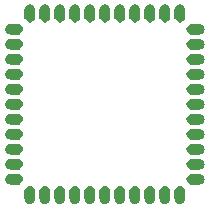
<source format=gbr>
%TF.GenerationSoftware,KiCad,Pcbnew,8.0.6*%
%TF.CreationDate,2024-11-06T22:11:36-05:00*%
%TF.ProjectId,CPLD Replacement,43504c44-2052-4657-906c-6163656d656e,rev?*%
%TF.SameCoordinates,Original*%
%TF.FileFunction,Soldermask,Bot*%
%TF.FilePolarity,Negative*%
%FSLAX46Y46*%
G04 Gerber Fmt 4.6, Leading zero omitted, Abs format (unit mm)*
G04 Created by KiCad (PCBNEW 8.0.6) date 2024-11-06 22:11:36*
%MOMM*%
%LPD*%
G01*
G04 APERTURE LIST*
G04 APERTURE END LIST*
G36*
X140157880Y-102422842D02*
G01*
X140157883Y-102422842D01*
X140206892Y-102434234D01*
X140206893Y-102434234D01*
X140216665Y-102436506D01*
X140236542Y-102445582D01*
X140251097Y-102456157D01*
X140254789Y-102459090D01*
X140256403Y-102460489D01*
X140256412Y-102460496D01*
X140548840Y-102713933D01*
X140548843Y-102713937D01*
X140554789Y-102719090D01*
X140565870Y-102732256D01*
X140599375Y-102787830D01*
X140606915Y-102809959D01*
X140609642Y-102833732D01*
X140610000Y-102840000D01*
X140610000Y-103530000D01*
X140607308Y-103546996D01*
X140603290Y-103559361D01*
X140591232Y-103596474D01*
X140589208Y-103605417D01*
X140583832Y-103646246D01*
X140582996Y-103648262D01*
X140581772Y-103656780D01*
X140557006Y-103711008D01*
X140538963Y-103754569D01*
X140534392Y-103760525D01*
X140528564Y-103773288D01*
X140493922Y-103813266D01*
X140467587Y-103847587D01*
X140457430Y-103855380D01*
X140444687Y-103870087D01*
X140405159Y-103895490D01*
X140374569Y-103918963D01*
X140357875Y-103925877D01*
X140336937Y-103939334D01*
X140297267Y-103950982D01*
X140266243Y-103963833D01*
X140243147Y-103966873D01*
X140214042Y-103975420D01*
X140178233Y-103975420D01*
X140150000Y-103979137D01*
X140121767Y-103975420D01*
X140085958Y-103975420D01*
X140056852Y-103966873D01*
X140033756Y-103963833D01*
X140002729Y-103950981D01*
X139963063Y-103939334D01*
X139942126Y-103925878D01*
X139925430Y-103918963D01*
X139894834Y-103895486D01*
X139855313Y-103870087D01*
X139842571Y-103855383D01*
X139832412Y-103847587D01*
X139806069Y-103813256D01*
X139771436Y-103773288D01*
X139765608Y-103760528D01*
X139761036Y-103754569D01*
X139742982Y-103710983D01*
X139718228Y-103656780D01*
X139717004Y-103648267D01*
X139716166Y-103646244D01*
X139710606Y-103604007D01*
X139709586Y-103600202D01*
X139705643Y-103594775D01*
X139695816Y-103571051D01*
X139693964Y-103559363D01*
X139693964Y-103559361D01*
X139691291Y-103542486D01*
X139691290Y-103542475D01*
X139690677Y-103538604D01*
X139690000Y-103530000D01*
X139690000Y-102840000D01*
X139692692Y-102823004D01*
X139695122Y-102815525D01*
X139695123Y-102815519D01*
X139709424Y-102771507D01*
X139709424Y-102771505D01*
X139712745Y-102761287D01*
X139724530Y-102741095D01*
X139731793Y-102733179D01*
X139731796Y-102733176D01*
X139738775Y-102725572D01*
X139738778Y-102725568D01*
X139740709Y-102723465D01*
X139745211Y-102719090D01*
X139747350Y-102717235D01*
X139747375Y-102717212D01*
X140039258Y-102464248D01*
X140039263Y-102464244D01*
X140045211Y-102459090D01*
X140059817Y-102449993D01*
X140119590Y-102424726D01*
X140153457Y-102421814D01*
X140157880Y-102422842D01*
G37*
G36*
X141427880Y-102422842D02*
G01*
X141427883Y-102422842D01*
X141476892Y-102434234D01*
X141476893Y-102434234D01*
X141486665Y-102436506D01*
X141506542Y-102445582D01*
X141521097Y-102456157D01*
X141524789Y-102459090D01*
X141526403Y-102460489D01*
X141526412Y-102460496D01*
X141818840Y-102713933D01*
X141818843Y-102713937D01*
X141824789Y-102719090D01*
X141835870Y-102732256D01*
X141869375Y-102787830D01*
X141876915Y-102809959D01*
X141879642Y-102833732D01*
X141880000Y-102840000D01*
X141880000Y-103530000D01*
X141877308Y-103546996D01*
X141873290Y-103559361D01*
X141861232Y-103596474D01*
X141859208Y-103605417D01*
X141853832Y-103646246D01*
X141852996Y-103648262D01*
X141851772Y-103656780D01*
X141827006Y-103711008D01*
X141808963Y-103754569D01*
X141804392Y-103760525D01*
X141798564Y-103773288D01*
X141763922Y-103813266D01*
X141737587Y-103847587D01*
X141727430Y-103855380D01*
X141714687Y-103870087D01*
X141675159Y-103895490D01*
X141644569Y-103918963D01*
X141627875Y-103925877D01*
X141606937Y-103939334D01*
X141567267Y-103950982D01*
X141536243Y-103963833D01*
X141513147Y-103966873D01*
X141484042Y-103975420D01*
X141448233Y-103975420D01*
X141420000Y-103979137D01*
X141391767Y-103975420D01*
X141355958Y-103975420D01*
X141326852Y-103966873D01*
X141303756Y-103963833D01*
X141272729Y-103950981D01*
X141233063Y-103939334D01*
X141212126Y-103925878D01*
X141195430Y-103918963D01*
X141164834Y-103895486D01*
X141125313Y-103870087D01*
X141112571Y-103855383D01*
X141102412Y-103847587D01*
X141076069Y-103813256D01*
X141041436Y-103773288D01*
X141035608Y-103760528D01*
X141031036Y-103754569D01*
X141012982Y-103710983D01*
X140988228Y-103656780D01*
X140987004Y-103648267D01*
X140986166Y-103646244D01*
X140980606Y-103604007D01*
X140979586Y-103600202D01*
X140975643Y-103594775D01*
X140965816Y-103571051D01*
X140963964Y-103559363D01*
X140963964Y-103559361D01*
X140961291Y-103542486D01*
X140961290Y-103542475D01*
X140960677Y-103538604D01*
X140960000Y-103530000D01*
X140960000Y-102840000D01*
X140962692Y-102823004D01*
X140965122Y-102815525D01*
X140965123Y-102815519D01*
X140979424Y-102771507D01*
X140979424Y-102771505D01*
X140982745Y-102761287D01*
X140994530Y-102741095D01*
X141001793Y-102733179D01*
X141001796Y-102733176D01*
X141008775Y-102725572D01*
X141008778Y-102725568D01*
X141010709Y-102723465D01*
X141015211Y-102719090D01*
X141017350Y-102717235D01*
X141017375Y-102717212D01*
X141309258Y-102464248D01*
X141309263Y-102464244D01*
X141315211Y-102459090D01*
X141329817Y-102449993D01*
X141389590Y-102424726D01*
X141423457Y-102421814D01*
X141427880Y-102422842D01*
G37*
G36*
X142697880Y-102422842D02*
G01*
X142697883Y-102422842D01*
X142746892Y-102434234D01*
X142746893Y-102434234D01*
X142756665Y-102436506D01*
X142776542Y-102445582D01*
X142791097Y-102456157D01*
X142794789Y-102459090D01*
X142796403Y-102460489D01*
X142796412Y-102460496D01*
X143088840Y-102713933D01*
X143088843Y-102713937D01*
X143094789Y-102719090D01*
X143105870Y-102732256D01*
X143139375Y-102787830D01*
X143146915Y-102809959D01*
X143149642Y-102833732D01*
X143150000Y-102840000D01*
X143150000Y-103530000D01*
X143147308Y-103546996D01*
X143143290Y-103559361D01*
X143131232Y-103596474D01*
X143129208Y-103605417D01*
X143123832Y-103646246D01*
X143122996Y-103648262D01*
X143121772Y-103656780D01*
X143097006Y-103711008D01*
X143078963Y-103754569D01*
X143074392Y-103760525D01*
X143068564Y-103773288D01*
X143033922Y-103813266D01*
X143007587Y-103847587D01*
X142997430Y-103855380D01*
X142984687Y-103870087D01*
X142945159Y-103895490D01*
X142914569Y-103918963D01*
X142897875Y-103925877D01*
X142876937Y-103939334D01*
X142837267Y-103950982D01*
X142806243Y-103963833D01*
X142783147Y-103966873D01*
X142754042Y-103975420D01*
X142718233Y-103975420D01*
X142690000Y-103979137D01*
X142661767Y-103975420D01*
X142625958Y-103975420D01*
X142596852Y-103966873D01*
X142573756Y-103963833D01*
X142542729Y-103950981D01*
X142503063Y-103939334D01*
X142482126Y-103925878D01*
X142465430Y-103918963D01*
X142434834Y-103895486D01*
X142395313Y-103870087D01*
X142382571Y-103855383D01*
X142372412Y-103847587D01*
X142346069Y-103813256D01*
X142311436Y-103773288D01*
X142305608Y-103760528D01*
X142301036Y-103754569D01*
X142282982Y-103710983D01*
X142258228Y-103656780D01*
X142257004Y-103648267D01*
X142256166Y-103646244D01*
X142250606Y-103604007D01*
X142249586Y-103600202D01*
X142245643Y-103594775D01*
X142235816Y-103571051D01*
X142233964Y-103559363D01*
X142233964Y-103559361D01*
X142231291Y-103542486D01*
X142231290Y-103542475D01*
X142230677Y-103538604D01*
X142230000Y-103530000D01*
X142230000Y-102840000D01*
X142232692Y-102823004D01*
X142235122Y-102815525D01*
X142235123Y-102815519D01*
X142249424Y-102771507D01*
X142249424Y-102771505D01*
X142252745Y-102761287D01*
X142264530Y-102741095D01*
X142271793Y-102733179D01*
X142271796Y-102733176D01*
X142278775Y-102725572D01*
X142278778Y-102725568D01*
X142280709Y-102723465D01*
X142285211Y-102719090D01*
X142287350Y-102717235D01*
X142287375Y-102717212D01*
X142579258Y-102464248D01*
X142579263Y-102464244D01*
X142585211Y-102459090D01*
X142599817Y-102449993D01*
X142659590Y-102424726D01*
X142693457Y-102421814D01*
X142697880Y-102422842D01*
G37*
G36*
X143967880Y-102422842D02*
G01*
X143967883Y-102422842D01*
X144016892Y-102434234D01*
X144016893Y-102434234D01*
X144026665Y-102436506D01*
X144046542Y-102445582D01*
X144061097Y-102456157D01*
X144064789Y-102459090D01*
X144066403Y-102460489D01*
X144066412Y-102460496D01*
X144358840Y-102713933D01*
X144358843Y-102713937D01*
X144364789Y-102719090D01*
X144375870Y-102732256D01*
X144409375Y-102787830D01*
X144416915Y-102809959D01*
X144419642Y-102833732D01*
X144420000Y-102840000D01*
X144420000Y-103530000D01*
X144417308Y-103546996D01*
X144413290Y-103559361D01*
X144401232Y-103596474D01*
X144399208Y-103605417D01*
X144393832Y-103646246D01*
X144392996Y-103648262D01*
X144391772Y-103656780D01*
X144367006Y-103711008D01*
X144348963Y-103754569D01*
X144344392Y-103760525D01*
X144338564Y-103773288D01*
X144303922Y-103813266D01*
X144277587Y-103847587D01*
X144267430Y-103855380D01*
X144254687Y-103870087D01*
X144215159Y-103895490D01*
X144184569Y-103918963D01*
X144167875Y-103925877D01*
X144146937Y-103939334D01*
X144107267Y-103950982D01*
X144076243Y-103963833D01*
X144053147Y-103966873D01*
X144024042Y-103975420D01*
X143988233Y-103975420D01*
X143960000Y-103979137D01*
X143931767Y-103975420D01*
X143895958Y-103975420D01*
X143866852Y-103966873D01*
X143843756Y-103963833D01*
X143812729Y-103950981D01*
X143773063Y-103939334D01*
X143752126Y-103925878D01*
X143735430Y-103918963D01*
X143704834Y-103895486D01*
X143665313Y-103870087D01*
X143652571Y-103855383D01*
X143642412Y-103847587D01*
X143616069Y-103813256D01*
X143581436Y-103773288D01*
X143575608Y-103760528D01*
X143571036Y-103754569D01*
X143552982Y-103710983D01*
X143528228Y-103656780D01*
X143527004Y-103648267D01*
X143526166Y-103646244D01*
X143520606Y-103604007D01*
X143519586Y-103600202D01*
X143515643Y-103594775D01*
X143505816Y-103571051D01*
X143503964Y-103559363D01*
X143503964Y-103559361D01*
X143501291Y-103542486D01*
X143501290Y-103542475D01*
X143500677Y-103538604D01*
X143500000Y-103530000D01*
X143500000Y-102840000D01*
X143502692Y-102823004D01*
X143505122Y-102815525D01*
X143505123Y-102815519D01*
X143519424Y-102771507D01*
X143519424Y-102771505D01*
X143522745Y-102761287D01*
X143534530Y-102741095D01*
X143541793Y-102733179D01*
X143541796Y-102733176D01*
X143548775Y-102725572D01*
X143548778Y-102725568D01*
X143550709Y-102723465D01*
X143555211Y-102719090D01*
X143557350Y-102717235D01*
X143557375Y-102717212D01*
X143849258Y-102464248D01*
X143849263Y-102464244D01*
X143855211Y-102459090D01*
X143869817Y-102449993D01*
X143929590Y-102424726D01*
X143963457Y-102421814D01*
X143967880Y-102422842D01*
G37*
G36*
X145237880Y-102422842D02*
G01*
X145237883Y-102422842D01*
X145286892Y-102434234D01*
X145286893Y-102434234D01*
X145296665Y-102436506D01*
X145316542Y-102445582D01*
X145331097Y-102456157D01*
X145334789Y-102459090D01*
X145336403Y-102460489D01*
X145336412Y-102460496D01*
X145628840Y-102713933D01*
X145628843Y-102713937D01*
X145634789Y-102719090D01*
X145645870Y-102732256D01*
X145679375Y-102787830D01*
X145686915Y-102809959D01*
X145689642Y-102833732D01*
X145690000Y-102840000D01*
X145690000Y-103530000D01*
X145687308Y-103546996D01*
X145683290Y-103559361D01*
X145671232Y-103596474D01*
X145669208Y-103605417D01*
X145663832Y-103646246D01*
X145662996Y-103648262D01*
X145661772Y-103656780D01*
X145637006Y-103711008D01*
X145618963Y-103754569D01*
X145614392Y-103760525D01*
X145608564Y-103773288D01*
X145573922Y-103813266D01*
X145547587Y-103847587D01*
X145537430Y-103855380D01*
X145524687Y-103870087D01*
X145485159Y-103895490D01*
X145454569Y-103918963D01*
X145437875Y-103925877D01*
X145416937Y-103939334D01*
X145377267Y-103950982D01*
X145346243Y-103963833D01*
X145323147Y-103966873D01*
X145294042Y-103975420D01*
X145258233Y-103975420D01*
X145230000Y-103979137D01*
X145201767Y-103975420D01*
X145165958Y-103975420D01*
X145136852Y-103966873D01*
X145113756Y-103963833D01*
X145082729Y-103950981D01*
X145043063Y-103939334D01*
X145022126Y-103925878D01*
X145005430Y-103918963D01*
X144974834Y-103895486D01*
X144935313Y-103870087D01*
X144922571Y-103855383D01*
X144912412Y-103847587D01*
X144886069Y-103813256D01*
X144851436Y-103773288D01*
X144845608Y-103760528D01*
X144841036Y-103754569D01*
X144822982Y-103710983D01*
X144798228Y-103656780D01*
X144797004Y-103648267D01*
X144796166Y-103646244D01*
X144790606Y-103604007D01*
X144789586Y-103600202D01*
X144785643Y-103594775D01*
X144775816Y-103571051D01*
X144773964Y-103559363D01*
X144773964Y-103559361D01*
X144771291Y-103542486D01*
X144771290Y-103542475D01*
X144770677Y-103538604D01*
X144770000Y-103530000D01*
X144770000Y-102840000D01*
X144772692Y-102823004D01*
X144775122Y-102815525D01*
X144775123Y-102815519D01*
X144789424Y-102771507D01*
X144789424Y-102771505D01*
X144792745Y-102761287D01*
X144804530Y-102741095D01*
X144811793Y-102733179D01*
X144811796Y-102733176D01*
X144818775Y-102725572D01*
X144818778Y-102725568D01*
X144820709Y-102723465D01*
X144825211Y-102719090D01*
X144827350Y-102717235D01*
X144827375Y-102717212D01*
X145119258Y-102464248D01*
X145119263Y-102464244D01*
X145125211Y-102459090D01*
X145139817Y-102449993D01*
X145199590Y-102424726D01*
X145233457Y-102421814D01*
X145237880Y-102422842D01*
G37*
G36*
X146507880Y-102422842D02*
G01*
X146507883Y-102422842D01*
X146556892Y-102434234D01*
X146556893Y-102434234D01*
X146566665Y-102436506D01*
X146586542Y-102445582D01*
X146601097Y-102456157D01*
X146604789Y-102459090D01*
X146606403Y-102460489D01*
X146606412Y-102460496D01*
X146898840Y-102713933D01*
X146898843Y-102713937D01*
X146904789Y-102719090D01*
X146915870Y-102732256D01*
X146949375Y-102787830D01*
X146956915Y-102809959D01*
X146959642Y-102833732D01*
X146960000Y-102840000D01*
X146960000Y-103530000D01*
X146957308Y-103546996D01*
X146953290Y-103559361D01*
X146941232Y-103596474D01*
X146939208Y-103605417D01*
X146933832Y-103646246D01*
X146932996Y-103648262D01*
X146931772Y-103656780D01*
X146907006Y-103711008D01*
X146888963Y-103754569D01*
X146884392Y-103760525D01*
X146878564Y-103773288D01*
X146843922Y-103813266D01*
X146817587Y-103847587D01*
X146807430Y-103855380D01*
X146794687Y-103870087D01*
X146755159Y-103895490D01*
X146724569Y-103918963D01*
X146707875Y-103925877D01*
X146686937Y-103939334D01*
X146647267Y-103950982D01*
X146616243Y-103963833D01*
X146593147Y-103966873D01*
X146564042Y-103975420D01*
X146528233Y-103975420D01*
X146500000Y-103979137D01*
X146471767Y-103975420D01*
X146435958Y-103975420D01*
X146406852Y-103966873D01*
X146383756Y-103963833D01*
X146352729Y-103950981D01*
X146313063Y-103939334D01*
X146292126Y-103925878D01*
X146275430Y-103918963D01*
X146244834Y-103895486D01*
X146205313Y-103870087D01*
X146192571Y-103855383D01*
X146182412Y-103847587D01*
X146156069Y-103813256D01*
X146121436Y-103773288D01*
X146115608Y-103760528D01*
X146111036Y-103754569D01*
X146092982Y-103710983D01*
X146068228Y-103656780D01*
X146067004Y-103648267D01*
X146066166Y-103646244D01*
X146060606Y-103604007D01*
X146059586Y-103600202D01*
X146055643Y-103594775D01*
X146045816Y-103571051D01*
X146043964Y-103559363D01*
X146043964Y-103559361D01*
X146041291Y-103542486D01*
X146041290Y-103542475D01*
X146040677Y-103538604D01*
X146040000Y-103530000D01*
X146040000Y-102840000D01*
X146042692Y-102823004D01*
X146045122Y-102815525D01*
X146045123Y-102815519D01*
X146059424Y-102771507D01*
X146059424Y-102771505D01*
X146062745Y-102761287D01*
X146074530Y-102741095D01*
X146081793Y-102733179D01*
X146081796Y-102733176D01*
X146088775Y-102725572D01*
X146088778Y-102725568D01*
X146090709Y-102723465D01*
X146095211Y-102719090D01*
X146097350Y-102717235D01*
X146097375Y-102717212D01*
X146389258Y-102464248D01*
X146389263Y-102464244D01*
X146395211Y-102459090D01*
X146409817Y-102449993D01*
X146469590Y-102424726D01*
X146503457Y-102421814D01*
X146507880Y-102422842D01*
G37*
G36*
X147777880Y-102422842D02*
G01*
X147777883Y-102422842D01*
X147826892Y-102434234D01*
X147826893Y-102434234D01*
X147836665Y-102436506D01*
X147856542Y-102445582D01*
X147871097Y-102456157D01*
X147874789Y-102459090D01*
X147876403Y-102460489D01*
X147876412Y-102460496D01*
X148168840Y-102713933D01*
X148168843Y-102713937D01*
X148174789Y-102719090D01*
X148185870Y-102732256D01*
X148219375Y-102787830D01*
X148226915Y-102809959D01*
X148229642Y-102833732D01*
X148230000Y-102840000D01*
X148230000Y-103530000D01*
X148227308Y-103546996D01*
X148223290Y-103559361D01*
X148211232Y-103596474D01*
X148209208Y-103605417D01*
X148203832Y-103646246D01*
X148202996Y-103648262D01*
X148201772Y-103656780D01*
X148177006Y-103711008D01*
X148158963Y-103754569D01*
X148154392Y-103760525D01*
X148148564Y-103773288D01*
X148113922Y-103813266D01*
X148087587Y-103847587D01*
X148077430Y-103855380D01*
X148064687Y-103870087D01*
X148025159Y-103895490D01*
X147994569Y-103918963D01*
X147977875Y-103925877D01*
X147956937Y-103939334D01*
X147917267Y-103950982D01*
X147886243Y-103963833D01*
X147863147Y-103966873D01*
X147834042Y-103975420D01*
X147798233Y-103975420D01*
X147770000Y-103979137D01*
X147741767Y-103975420D01*
X147705958Y-103975420D01*
X147676852Y-103966873D01*
X147653756Y-103963833D01*
X147622729Y-103950981D01*
X147583063Y-103939334D01*
X147562126Y-103925878D01*
X147545430Y-103918963D01*
X147514834Y-103895486D01*
X147475313Y-103870087D01*
X147462571Y-103855383D01*
X147452412Y-103847587D01*
X147426069Y-103813256D01*
X147391436Y-103773288D01*
X147385608Y-103760528D01*
X147381036Y-103754569D01*
X147362982Y-103710983D01*
X147338228Y-103656780D01*
X147337004Y-103648267D01*
X147336166Y-103646244D01*
X147330606Y-103604007D01*
X147329586Y-103600202D01*
X147325643Y-103594775D01*
X147315816Y-103571051D01*
X147313964Y-103559363D01*
X147313964Y-103559361D01*
X147311291Y-103542486D01*
X147311290Y-103542475D01*
X147310677Y-103538604D01*
X147310000Y-103530000D01*
X147310000Y-102840000D01*
X147312692Y-102823004D01*
X147315122Y-102815525D01*
X147315123Y-102815519D01*
X147329424Y-102771507D01*
X147329424Y-102771505D01*
X147332745Y-102761287D01*
X147344530Y-102741095D01*
X147351793Y-102733179D01*
X147351796Y-102733176D01*
X147358775Y-102725572D01*
X147358778Y-102725568D01*
X147360709Y-102723465D01*
X147365211Y-102719090D01*
X147367350Y-102717235D01*
X147367375Y-102717212D01*
X147659258Y-102464248D01*
X147659263Y-102464244D01*
X147665211Y-102459090D01*
X147679817Y-102449993D01*
X147739590Y-102424726D01*
X147773457Y-102421814D01*
X147777880Y-102422842D01*
G37*
G36*
X149047880Y-102422842D02*
G01*
X149047883Y-102422842D01*
X149096892Y-102434234D01*
X149096893Y-102434234D01*
X149106665Y-102436506D01*
X149126542Y-102445582D01*
X149141097Y-102456157D01*
X149144789Y-102459090D01*
X149146403Y-102460489D01*
X149146412Y-102460496D01*
X149438840Y-102713933D01*
X149438843Y-102713937D01*
X149444789Y-102719090D01*
X149455870Y-102732256D01*
X149489375Y-102787830D01*
X149496915Y-102809959D01*
X149499642Y-102833732D01*
X149500000Y-102840000D01*
X149500000Y-103530000D01*
X149497308Y-103546996D01*
X149493290Y-103559361D01*
X149481232Y-103596474D01*
X149479208Y-103605417D01*
X149473832Y-103646246D01*
X149472996Y-103648262D01*
X149471772Y-103656780D01*
X149447006Y-103711008D01*
X149428963Y-103754569D01*
X149424392Y-103760525D01*
X149418564Y-103773288D01*
X149383922Y-103813266D01*
X149357587Y-103847587D01*
X149347430Y-103855380D01*
X149334687Y-103870087D01*
X149295159Y-103895490D01*
X149264569Y-103918963D01*
X149247875Y-103925877D01*
X149226937Y-103939334D01*
X149187267Y-103950982D01*
X149156243Y-103963833D01*
X149133147Y-103966873D01*
X149104042Y-103975420D01*
X149068233Y-103975420D01*
X149040000Y-103979137D01*
X149011767Y-103975420D01*
X148975958Y-103975420D01*
X148946852Y-103966873D01*
X148923756Y-103963833D01*
X148892729Y-103950981D01*
X148853063Y-103939334D01*
X148832126Y-103925878D01*
X148815430Y-103918963D01*
X148784834Y-103895486D01*
X148745313Y-103870087D01*
X148732571Y-103855383D01*
X148722412Y-103847587D01*
X148696069Y-103813256D01*
X148661436Y-103773288D01*
X148655608Y-103760528D01*
X148651036Y-103754569D01*
X148632982Y-103710983D01*
X148608228Y-103656780D01*
X148607004Y-103648267D01*
X148606166Y-103646244D01*
X148600606Y-103604007D01*
X148599586Y-103600202D01*
X148595643Y-103594775D01*
X148585816Y-103571051D01*
X148583964Y-103559363D01*
X148583964Y-103559361D01*
X148581291Y-103542486D01*
X148581290Y-103542475D01*
X148580677Y-103538604D01*
X148580000Y-103530000D01*
X148580000Y-102840000D01*
X148582692Y-102823004D01*
X148585122Y-102815525D01*
X148585123Y-102815519D01*
X148599424Y-102771507D01*
X148599424Y-102771505D01*
X148602745Y-102761287D01*
X148614530Y-102741095D01*
X148621793Y-102733179D01*
X148621796Y-102733176D01*
X148628775Y-102725572D01*
X148628778Y-102725568D01*
X148630709Y-102723465D01*
X148635211Y-102719090D01*
X148637350Y-102717235D01*
X148637375Y-102717212D01*
X148929258Y-102464248D01*
X148929263Y-102464244D01*
X148935211Y-102459090D01*
X148949817Y-102449993D01*
X149009590Y-102424726D01*
X149043457Y-102421814D01*
X149047880Y-102422842D01*
G37*
G36*
X150317880Y-102422842D02*
G01*
X150317883Y-102422842D01*
X150366892Y-102434234D01*
X150366893Y-102434234D01*
X150376665Y-102436506D01*
X150396542Y-102445582D01*
X150411097Y-102456157D01*
X150414789Y-102459090D01*
X150416403Y-102460489D01*
X150416412Y-102460496D01*
X150708840Y-102713933D01*
X150708843Y-102713937D01*
X150714789Y-102719090D01*
X150725870Y-102732256D01*
X150759375Y-102787830D01*
X150766915Y-102809959D01*
X150769642Y-102833732D01*
X150770000Y-102840000D01*
X150770000Y-103530000D01*
X150767308Y-103546996D01*
X150763290Y-103559361D01*
X150751232Y-103596474D01*
X150749208Y-103605417D01*
X150743832Y-103646246D01*
X150742996Y-103648262D01*
X150741772Y-103656780D01*
X150717006Y-103711008D01*
X150698963Y-103754569D01*
X150694392Y-103760525D01*
X150688564Y-103773288D01*
X150653922Y-103813266D01*
X150627587Y-103847587D01*
X150617430Y-103855380D01*
X150604687Y-103870087D01*
X150565159Y-103895490D01*
X150534569Y-103918963D01*
X150517875Y-103925877D01*
X150496937Y-103939334D01*
X150457267Y-103950982D01*
X150426243Y-103963833D01*
X150403147Y-103966873D01*
X150374042Y-103975420D01*
X150338233Y-103975420D01*
X150310000Y-103979137D01*
X150281767Y-103975420D01*
X150245958Y-103975420D01*
X150216852Y-103966873D01*
X150193756Y-103963833D01*
X150162729Y-103950981D01*
X150123063Y-103939334D01*
X150102126Y-103925878D01*
X150085430Y-103918963D01*
X150054834Y-103895486D01*
X150015313Y-103870087D01*
X150002571Y-103855383D01*
X149992412Y-103847587D01*
X149966069Y-103813256D01*
X149931436Y-103773288D01*
X149925608Y-103760528D01*
X149921036Y-103754569D01*
X149902982Y-103710983D01*
X149878228Y-103656780D01*
X149877004Y-103648267D01*
X149876166Y-103646244D01*
X149870606Y-103604007D01*
X149869586Y-103600202D01*
X149865643Y-103594775D01*
X149855816Y-103571051D01*
X149853964Y-103559363D01*
X149853964Y-103559361D01*
X149851291Y-103542486D01*
X149851290Y-103542475D01*
X149850677Y-103538604D01*
X149850000Y-103530000D01*
X149850000Y-102840000D01*
X149852692Y-102823004D01*
X149855122Y-102815525D01*
X149855123Y-102815519D01*
X149869424Y-102771507D01*
X149869424Y-102771505D01*
X149872745Y-102761287D01*
X149884530Y-102741095D01*
X149891793Y-102733179D01*
X149891796Y-102733176D01*
X149898775Y-102725572D01*
X149898778Y-102725568D01*
X149900709Y-102723465D01*
X149905211Y-102719090D01*
X149907350Y-102717235D01*
X149907375Y-102717212D01*
X150199258Y-102464248D01*
X150199263Y-102464244D01*
X150205211Y-102459090D01*
X150219817Y-102449993D01*
X150279590Y-102424726D01*
X150313457Y-102421814D01*
X150317880Y-102422842D01*
G37*
G36*
X151587880Y-102422842D02*
G01*
X151587883Y-102422842D01*
X151636892Y-102434234D01*
X151636893Y-102434234D01*
X151646665Y-102436506D01*
X151666542Y-102445582D01*
X151681097Y-102456157D01*
X151684789Y-102459090D01*
X151686403Y-102460489D01*
X151686412Y-102460496D01*
X151978840Y-102713933D01*
X151978843Y-102713937D01*
X151984789Y-102719090D01*
X151995870Y-102732256D01*
X152029375Y-102787830D01*
X152036915Y-102809959D01*
X152039642Y-102833732D01*
X152040000Y-102840000D01*
X152040000Y-103530000D01*
X152037308Y-103546996D01*
X152033290Y-103559361D01*
X152021232Y-103596474D01*
X152019208Y-103605417D01*
X152013832Y-103646246D01*
X152012996Y-103648262D01*
X152011772Y-103656780D01*
X151987006Y-103711008D01*
X151968963Y-103754569D01*
X151964392Y-103760525D01*
X151958564Y-103773288D01*
X151923922Y-103813266D01*
X151897587Y-103847587D01*
X151887430Y-103855380D01*
X151874687Y-103870087D01*
X151835159Y-103895490D01*
X151804569Y-103918963D01*
X151787875Y-103925877D01*
X151766937Y-103939334D01*
X151727267Y-103950982D01*
X151696243Y-103963833D01*
X151673147Y-103966873D01*
X151644042Y-103975420D01*
X151608233Y-103975420D01*
X151580000Y-103979137D01*
X151551767Y-103975420D01*
X151515958Y-103975420D01*
X151486852Y-103966873D01*
X151463756Y-103963833D01*
X151432729Y-103950981D01*
X151393063Y-103939334D01*
X151372126Y-103925878D01*
X151355430Y-103918963D01*
X151324834Y-103895486D01*
X151285313Y-103870087D01*
X151272571Y-103855383D01*
X151262412Y-103847587D01*
X151236069Y-103813256D01*
X151201436Y-103773288D01*
X151195608Y-103760528D01*
X151191036Y-103754569D01*
X151172982Y-103710983D01*
X151148228Y-103656780D01*
X151147004Y-103648267D01*
X151146166Y-103646244D01*
X151140606Y-103604007D01*
X151139586Y-103600202D01*
X151135643Y-103594775D01*
X151125816Y-103571051D01*
X151123964Y-103559363D01*
X151123964Y-103559361D01*
X151121291Y-103542486D01*
X151121290Y-103542475D01*
X151120677Y-103538604D01*
X151120000Y-103530000D01*
X151120000Y-102840000D01*
X151122692Y-102823004D01*
X151125122Y-102815525D01*
X151125123Y-102815519D01*
X151139424Y-102771507D01*
X151139424Y-102771505D01*
X151142745Y-102761287D01*
X151154530Y-102741095D01*
X151161793Y-102733179D01*
X151161796Y-102733176D01*
X151168775Y-102725572D01*
X151168778Y-102725568D01*
X151170709Y-102723465D01*
X151175211Y-102719090D01*
X151177350Y-102717235D01*
X151177375Y-102717212D01*
X151469258Y-102464248D01*
X151469263Y-102464244D01*
X151475211Y-102459090D01*
X151489817Y-102449993D01*
X151549590Y-102424726D01*
X151583457Y-102421814D01*
X151587880Y-102422842D01*
G37*
G36*
X152857880Y-102422842D02*
G01*
X152857883Y-102422842D01*
X152906892Y-102434234D01*
X152906893Y-102434234D01*
X152916665Y-102436506D01*
X152936542Y-102445582D01*
X152951097Y-102456157D01*
X152954789Y-102459090D01*
X152956403Y-102460489D01*
X152956412Y-102460496D01*
X153248840Y-102713933D01*
X153248843Y-102713937D01*
X153254789Y-102719090D01*
X153265870Y-102732256D01*
X153299375Y-102787830D01*
X153306915Y-102809959D01*
X153309642Y-102833732D01*
X153310000Y-102840000D01*
X153310000Y-103530000D01*
X153307308Y-103546996D01*
X153303290Y-103559361D01*
X153291232Y-103596474D01*
X153289208Y-103605417D01*
X153283832Y-103646246D01*
X153282996Y-103648262D01*
X153281772Y-103656780D01*
X153257006Y-103711008D01*
X153238963Y-103754569D01*
X153234392Y-103760525D01*
X153228564Y-103773288D01*
X153193922Y-103813266D01*
X153167587Y-103847587D01*
X153157430Y-103855380D01*
X153144687Y-103870087D01*
X153105159Y-103895490D01*
X153074569Y-103918963D01*
X153057875Y-103925877D01*
X153036937Y-103939334D01*
X152997267Y-103950982D01*
X152966243Y-103963833D01*
X152943147Y-103966873D01*
X152914042Y-103975420D01*
X152878233Y-103975420D01*
X152850000Y-103979137D01*
X152821767Y-103975420D01*
X152785958Y-103975420D01*
X152756852Y-103966873D01*
X152733756Y-103963833D01*
X152702729Y-103950981D01*
X152663063Y-103939334D01*
X152642126Y-103925878D01*
X152625430Y-103918963D01*
X152594834Y-103895486D01*
X152555313Y-103870087D01*
X152542571Y-103855383D01*
X152532412Y-103847587D01*
X152506069Y-103813256D01*
X152471436Y-103773288D01*
X152465608Y-103760528D01*
X152461036Y-103754569D01*
X152442982Y-103710983D01*
X152418228Y-103656780D01*
X152417004Y-103648267D01*
X152416166Y-103646244D01*
X152410606Y-103604007D01*
X152409586Y-103600202D01*
X152405643Y-103594775D01*
X152395816Y-103571051D01*
X152393964Y-103559363D01*
X152393964Y-103559361D01*
X152391291Y-103542486D01*
X152391290Y-103542475D01*
X152390677Y-103538604D01*
X152390000Y-103530000D01*
X152390000Y-102840000D01*
X152392692Y-102823004D01*
X152395122Y-102815525D01*
X152395123Y-102815519D01*
X152409424Y-102771507D01*
X152409424Y-102771505D01*
X152412745Y-102761287D01*
X152424530Y-102741095D01*
X152431793Y-102733179D01*
X152431796Y-102733176D01*
X152438775Y-102725572D01*
X152438778Y-102725568D01*
X152440709Y-102723465D01*
X152445211Y-102719090D01*
X152447350Y-102717235D01*
X152447375Y-102717212D01*
X152739258Y-102464248D01*
X152739263Y-102464244D01*
X152745211Y-102459090D01*
X152759817Y-102449993D01*
X152819590Y-102424726D01*
X152853457Y-102421814D01*
X152857880Y-102422842D01*
G37*
G36*
X139206996Y-101422692D02*
G01*
X139214475Y-101425122D01*
X139214480Y-101425123D01*
X139256473Y-101438768D01*
X139268713Y-101442745D01*
X139288905Y-101454530D01*
X139306535Y-101470709D01*
X139310910Y-101475211D01*
X139312772Y-101477360D01*
X139312787Y-101477375D01*
X139565751Y-101769258D01*
X139570910Y-101775211D01*
X139580007Y-101789817D01*
X139605274Y-101849590D01*
X139608186Y-101883457D01*
X139593494Y-101946665D01*
X139584418Y-101966542D01*
X139573843Y-101981097D01*
X139570910Y-101984789D01*
X139310910Y-102284789D01*
X139297744Y-102295870D01*
X139242170Y-102329375D01*
X139220041Y-102336915D01*
X139196268Y-102339642D01*
X139190000Y-102340000D01*
X139187143Y-102340000D01*
X138507871Y-102340000D01*
X138500000Y-102340000D01*
X138483004Y-102337308D01*
X138473389Y-102334184D01*
X138446415Y-102325420D01*
X138435958Y-102325420D01*
X138406853Y-102316873D01*
X138383756Y-102313833D01*
X138352729Y-102300981D01*
X138313063Y-102289334D01*
X138292126Y-102275878D01*
X138275430Y-102268963D01*
X138244834Y-102245486D01*
X138205313Y-102220087D01*
X138192571Y-102205383D01*
X138182412Y-102197587D01*
X138156069Y-102163256D01*
X138121436Y-102123288D01*
X138115608Y-102110528D01*
X138111036Y-102104569D01*
X138092983Y-102060987D01*
X138068228Y-102006780D01*
X138067003Y-101998265D01*
X138066166Y-101996243D01*
X138060224Y-101951114D01*
X138050000Y-101880000D01*
X138060223Y-101808892D01*
X138066166Y-101763756D01*
X138067004Y-101761732D01*
X138068228Y-101753220D01*
X138092978Y-101699024D01*
X138111035Y-101655432D01*
X138115609Y-101649470D01*
X138121436Y-101636712D01*
X138156064Y-101596749D01*
X138182412Y-101562412D01*
X138192574Y-101554614D01*
X138205313Y-101539913D01*
X138244829Y-101514517D01*
X138275432Y-101491035D01*
X138292131Y-101484117D01*
X138313063Y-101470666D01*
X138352720Y-101459021D01*
X138383756Y-101446166D01*
X138406857Y-101443124D01*
X138435958Y-101434580D01*
X138437791Y-101434580D01*
X138458949Y-101425816D01*
X138470632Y-101423965D01*
X138470636Y-101423964D01*
X138487513Y-101421291D01*
X138487525Y-101421290D01*
X138491396Y-101420677D01*
X138500000Y-101420000D01*
X139190000Y-101420000D01*
X139206996Y-101422692D01*
G37*
G36*
X154516996Y-101422692D02*
G01*
X154524479Y-101425123D01*
X154524482Y-101425124D01*
X154553585Y-101434580D01*
X154564042Y-101434580D01*
X154593141Y-101443124D01*
X154616243Y-101446166D01*
X154647275Y-101459020D01*
X154686937Y-101470666D01*
X154707870Y-101484119D01*
X154724569Y-101491036D01*
X154755169Y-101514516D01*
X154794687Y-101539913D01*
X154807425Y-101554613D01*
X154817587Y-101562411D01*
X154843931Y-101596743D01*
X154878564Y-101636712D01*
X154884392Y-101649473D01*
X154888964Y-101655432D01*
X154907010Y-101699001D01*
X154931772Y-101753220D01*
X154932996Y-101761736D01*
X154933833Y-101763756D01*
X154939764Y-101808810D01*
X154950000Y-101880000D01*
X154939763Y-101951196D01*
X154933833Y-101996243D01*
X154932996Y-101998262D01*
X154931772Y-102006780D01*
X154907005Y-102061010D01*
X154888963Y-102104569D01*
X154884392Y-102110525D01*
X154878564Y-102123288D01*
X154843922Y-102163266D01*
X154817587Y-102197587D01*
X154807430Y-102205380D01*
X154794687Y-102220087D01*
X154755159Y-102245490D01*
X154724569Y-102268963D01*
X154707875Y-102275877D01*
X154686937Y-102289334D01*
X154647268Y-102300981D01*
X154616246Y-102313832D01*
X154593150Y-102316872D01*
X154564042Y-102325420D01*
X154562209Y-102325420D01*
X154541051Y-102334184D01*
X154508604Y-102339323D01*
X154500000Y-102340000D01*
X154496069Y-102340000D01*
X153817871Y-102340000D01*
X153810000Y-102340000D01*
X153793004Y-102337308D01*
X153731287Y-102317255D01*
X153711095Y-102305470D01*
X153693465Y-102289291D01*
X153689090Y-102284789D01*
X153687227Y-102282639D01*
X153687212Y-102282624D01*
X153434248Y-101990741D01*
X153434246Y-101990739D01*
X153429090Y-101984789D01*
X153419993Y-101970183D01*
X153394726Y-101910410D01*
X153391814Y-101876543D01*
X153392842Y-101872118D01*
X153392842Y-101872116D01*
X153404234Y-101823107D01*
X153404235Y-101823104D01*
X153406506Y-101813335D01*
X153415582Y-101793458D01*
X153421476Y-101785344D01*
X153421478Y-101785342D01*
X153424900Y-101780633D01*
X153424900Y-101780632D01*
X153426157Y-101778903D01*
X153429090Y-101775211D01*
X153430479Y-101773607D01*
X153430496Y-101773587D01*
X153683933Y-101481159D01*
X153683940Y-101481152D01*
X153689090Y-101475211D01*
X153702256Y-101464130D01*
X153708990Y-101460069D01*
X153708995Y-101460066D01*
X153748623Y-101436175D01*
X153748626Y-101436173D01*
X153757830Y-101430625D01*
X153779959Y-101423085D01*
X153803732Y-101420358D01*
X153810000Y-101420000D01*
X154500000Y-101420000D01*
X154516996Y-101422692D01*
G37*
G36*
X139206996Y-100152692D02*
G01*
X139214475Y-100155122D01*
X139214480Y-100155123D01*
X139256473Y-100168768D01*
X139268713Y-100172745D01*
X139288905Y-100184530D01*
X139306535Y-100200709D01*
X139310910Y-100205211D01*
X139312772Y-100207360D01*
X139312787Y-100207375D01*
X139565751Y-100499258D01*
X139570910Y-100505211D01*
X139580007Y-100519817D01*
X139605274Y-100579590D01*
X139608186Y-100613457D01*
X139593494Y-100676665D01*
X139584418Y-100696542D01*
X139573843Y-100711097D01*
X139570910Y-100714789D01*
X139310910Y-101014789D01*
X139297744Y-101025870D01*
X139242170Y-101059375D01*
X139220041Y-101066915D01*
X139196268Y-101069642D01*
X139190000Y-101070000D01*
X139187143Y-101070000D01*
X138507871Y-101070000D01*
X138500000Y-101070000D01*
X138483004Y-101067308D01*
X138473389Y-101064184D01*
X138446415Y-101055420D01*
X138435958Y-101055420D01*
X138406853Y-101046873D01*
X138383756Y-101043833D01*
X138352729Y-101030981D01*
X138313063Y-101019334D01*
X138292126Y-101005878D01*
X138275430Y-100998963D01*
X138244834Y-100975486D01*
X138205313Y-100950087D01*
X138192571Y-100935383D01*
X138182412Y-100927587D01*
X138156069Y-100893256D01*
X138121436Y-100853288D01*
X138115608Y-100840528D01*
X138111036Y-100834569D01*
X138092983Y-100790987D01*
X138068228Y-100736780D01*
X138067003Y-100728265D01*
X138066166Y-100726243D01*
X138060224Y-100681114D01*
X138050000Y-100610000D01*
X138060223Y-100538892D01*
X138066166Y-100493756D01*
X138067004Y-100491732D01*
X138068228Y-100483220D01*
X138092978Y-100429024D01*
X138111035Y-100385432D01*
X138115609Y-100379470D01*
X138121436Y-100366712D01*
X138156064Y-100326749D01*
X138182412Y-100292412D01*
X138192574Y-100284614D01*
X138205313Y-100269913D01*
X138244829Y-100244517D01*
X138275432Y-100221035D01*
X138292131Y-100214117D01*
X138313063Y-100200666D01*
X138352720Y-100189021D01*
X138383756Y-100176166D01*
X138406857Y-100173124D01*
X138435958Y-100164580D01*
X138437791Y-100164580D01*
X138458949Y-100155816D01*
X138470632Y-100153965D01*
X138470636Y-100153964D01*
X138487513Y-100151291D01*
X138487525Y-100151290D01*
X138491396Y-100150677D01*
X138500000Y-100150000D01*
X139190000Y-100150000D01*
X139206996Y-100152692D01*
G37*
G36*
X154516996Y-100152692D02*
G01*
X154524479Y-100155123D01*
X154524482Y-100155124D01*
X154553585Y-100164580D01*
X154564042Y-100164580D01*
X154593141Y-100173124D01*
X154616243Y-100176166D01*
X154647275Y-100189020D01*
X154686937Y-100200666D01*
X154707870Y-100214119D01*
X154724569Y-100221036D01*
X154755169Y-100244516D01*
X154794687Y-100269913D01*
X154807425Y-100284613D01*
X154817587Y-100292411D01*
X154843931Y-100326743D01*
X154878564Y-100366712D01*
X154884392Y-100379473D01*
X154888964Y-100385432D01*
X154907010Y-100429001D01*
X154931772Y-100483220D01*
X154932996Y-100491736D01*
X154933833Y-100493756D01*
X154939764Y-100538810D01*
X154950000Y-100610000D01*
X154939763Y-100681196D01*
X154933833Y-100726243D01*
X154932996Y-100728262D01*
X154931772Y-100736780D01*
X154907005Y-100791010D01*
X154888963Y-100834569D01*
X154884392Y-100840525D01*
X154878564Y-100853288D01*
X154843922Y-100893266D01*
X154817587Y-100927587D01*
X154807430Y-100935380D01*
X154794687Y-100950087D01*
X154755159Y-100975490D01*
X154724569Y-100998963D01*
X154707875Y-101005877D01*
X154686937Y-101019334D01*
X154647268Y-101030981D01*
X154616246Y-101043832D01*
X154593150Y-101046872D01*
X154564042Y-101055420D01*
X154562209Y-101055420D01*
X154541051Y-101064184D01*
X154508604Y-101069323D01*
X154500000Y-101070000D01*
X154496069Y-101070000D01*
X153817871Y-101070000D01*
X153810000Y-101070000D01*
X153793004Y-101067308D01*
X153731287Y-101047255D01*
X153711095Y-101035470D01*
X153693465Y-101019291D01*
X153689090Y-101014789D01*
X153687227Y-101012639D01*
X153687212Y-101012624D01*
X153434248Y-100720741D01*
X153434246Y-100720739D01*
X153429090Y-100714789D01*
X153419993Y-100700183D01*
X153394726Y-100640410D01*
X153391814Y-100606543D01*
X153392842Y-100602118D01*
X153392842Y-100602116D01*
X153404234Y-100553107D01*
X153404235Y-100553104D01*
X153406506Y-100543335D01*
X153415582Y-100523458D01*
X153421476Y-100515344D01*
X153421478Y-100515342D01*
X153424900Y-100510633D01*
X153424900Y-100510632D01*
X153426157Y-100508903D01*
X153429090Y-100505211D01*
X153430479Y-100503607D01*
X153430496Y-100503587D01*
X153683933Y-100211159D01*
X153683940Y-100211152D01*
X153689090Y-100205211D01*
X153702256Y-100194130D01*
X153708990Y-100190069D01*
X153708995Y-100190066D01*
X153748623Y-100166175D01*
X153748626Y-100166173D01*
X153757830Y-100160625D01*
X153779959Y-100153085D01*
X153803732Y-100150358D01*
X153810000Y-100150000D01*
X154500000Y-100150000D01*
X154516996Y-100152692D01*
G37*
G36*
X139206996Y-98882692D02*
G01*
X139214475Y-98885122D01*
X139214480Y-98885123D01*
X139256473Y-98898768D01*
X139268713Y-98902745D01*
X139288905Y-98914530D01*
X139306535Y-98930709D01*
X139310910Y-98935211D01*
X139312772Y-98937360D01*
X139312787Y-98937375D01*
X139565751Y-99229258D01*
X139570910Y-99235211D01*
X139580007Y-99249817D01*
X139605274Y-99309590D01*
X139608186Y-99343457D01*
X139593494Y-99406665D01*
X139584418Y-99426542D01*
X139573843Y-99441097D01*
X139570910Y-99444789D01*
X139310910Y-99744789D01*
X139297744Y-99755870D01*
X139242170Y-99789375D01*
X139220041Y-99796915D01*
X139196268Y-99799642D01*
X139190000Y-99800000D01*
X139187143Y-99800000D01*
X138507871Y-99800000D01*
X138500000Y-99800000D01*
X138483004Y-99797308D01*
X138473389Y-99794184D01*
X138446415Y-99785420D01*
X138435958Y-99785420D01*
X138406853Y-99776873D01*
X138383756Y-99773833D01*
X138352729Y-99760981D01*
X138313063Y-99749334D01*
X138292126Y-99735878D01*
X138275430Y-99728963D01*
X138244834Y-99705486D01*
X138205313Y-99680087D01*
X138192571Y-99665383D01*
X138182412Y-99657587D01*
X138156069Y-99623256D01*
X138121436Y-99583288D01*
X138115608Y-99570528D01*
X138111036Y-99564569D01*
X138092983Y-99520987D01*
X138068228Y-99466780D01*
X138067003Y-99458265D01*
X138066166Y-99456243D01*
X138060224Y-99411114D01*
X138050000Y-99340000D01*
X138060223Y-99268892D01*
X138066166Y-99223756D01*
X138067004Y-99221732D01*
X138068228Y-99213220D01*
X138092978Y-99159024D01*
X138111035Y-99115432D01*
X138115609Y-99109470D01*
X138121436Y-99096712D01*
X138156064Y-99056749D01*
X138182412Y-99022412D01*
X138192574Y-99014614D01*
X138205313Y-98999913D01*
X138244829Y-98974517D01*
X138275432Y-98951035D01*
X138292131Y-98944117D01*
X138313063Y-98930666D01*
X138352720Y-98919021D01*
X138383756Y-98906166D01*
X138406857Y-98903124D01*
X138435958Y-98894580D01*
X138437791Y-98894580D01*
X138458949Y-98885816D01*
X138470632Y-98883965D01*
X138470636Y-98883964D01*
X138487513Y-98881291D01*
X138487525Y-98881290D01*
X138491396Y-98880677D01*
X138500000Y-98880000D01*
X139190000Y-98880000D01*
X139206996Y-98882692D01*
G37*
G36*
X154516996Y-98882692D02*
G01*
X154524479Y-98885123D01*
X154524482Y-98885124D01*
X154553585Y-98894580D01*
X154564042Y-98894580D01*
X154593141Y-98903124D01*
X154616243Y-98906166D01*
X154647275Y-98919020D01*
X154686937Y-98930666D01*
X154707870Y-98944119D01*
X154724569Y-98951036D01*
X154755169Y-98974516D01*
X154794687Y-98999913D01*
X154807425Y-99014613D01*
X154817587Y-99022411D01*
X154843931Y-99056743D01*
X154878564Y-99096712D01*
X154884392Y-99109473D01*
X154888964Y-99115432D01*
X154907010Y-99159001D01*
X154931772Y-99213220D01*
X154932996Y-99221736D01*
X154933833Y-99223756D01*
X154939764Y-99268810D01*
X154950000Y-99340000D01*
X154939763Y-99411196D01*
X154933833Y-99456243D01*
X154932996Y-99458262D01*
X154931772Y-99466780D01*
X154907005Y-99521010D01*
X154888963Y-99564569D01*
X154884392Y-99570525D01*
X154878564Y-99583288D01*
X154843922Y-99623266D01*
X154817587Y-99657587D01*
X154807430Y-99665380D01*
X154794687Y-99680087D01*
X154755159Y-99705490D01*
X154724569Y-99728963D01*
X154707875Y-99735877D01*
X154686937Y-99749334D01*
X154647268Y-99760981D01*
X154616246Y-99773832D01*
X154593150Y-99776872D01*
X154564042Y-99785420D01*
X154562209Y-99785420D01*
X154541051Y-99794184D01*
X154508604Y-99799323D01*
X154500000Y-99800000D01*
X154496069Y-99800000D01*
X153817871Y-99800000D01*
X153810000Y-99800000D01*
X153793004Y-99797308D01*
X153731287Y-99777255D01*
X153711095Y-99765470D01*
X153693465Y-99749291D01*
X153689090Y-99744789D01*
X153687227Y-99742639D01*
X153687212Y-99742624D01*
X153434248Y-99450741D01*
X153434246Y-99450739D01*
X153429090Y-99444789D01*
X153419993Y-99430183D01*
X153394726Y-99370410D01*
X153391814Y-99336543D01*
X153392842Y-99332118D01*
X153392842Y-99332116D01*
X153404234Y-99283107D01*
X153404235Y-99283104D01*
X153406506Y-99273335D01*
X153415582Y-99253458D01*
X153421476Y-99245344D01*
X153421478Y-99245342D01*
X153424900Y-99240633D01*
X153424900Y-99240632D01*
X153426157Y-99238903D01*
X153429090Y-99235211D01*
X153430479Y-99233607D01*
X153430496Y-99233587D01*
X153683933Y-98941159D01*
X153683940Y-98941152D01*
X153689090Y-98935211D01*
X153702256Y-98924130D01*
X153708990Y-98920069D01*
X153708995Y-98920066D01*
X153748623Y-98896175D01*
X153748626Y-98896173D01*
X153757830Y-98890625D01*
X153779959Y-98883085D01*
X153803732Y-98880358D01*
X153810000Y-98880000D01*
X154500000Y-98880000D01*
X154516996Y-98882692D01*
G37*
G36*
X139206996Y-97612692D02*
G01*
X139214475Y-97615122D01*
X139214480Y-97615123D01*
X139256473Y-97628768D01*
X139268713Y-97632745D01*
X139288905Y-97644530D01*
X139306535Y-97660709D01*
X139310910Y-97665211D01*
X139312772Y-97667360D01*
X139312787Y-97667375D01*
X139565751Y-97959258D01*
X139570910Y-97965211D01*
X139580007Y-97979817D01*
X139605274Y-98039590D01*
X139608186Y-98073457D01*
X139593494Y-98136665D01*
X139584418Y-98156542D01*
X139573843Y-98171097D01*
X139570910Y-98174789D01*
X139310910Y-98474789D01*
X139297744Y-98485870D01*
X139242170Y-98519375D01*
X139220041Y-98526915D01*
X139196268Y-98529642D01*
X139190000Y-98530000D01*
X139187143Y-98530000D01*
X138507871Y-98530000D01*
X138500000Y-98530000D01*
X138483004Y-98527308D01*
X138473389Y-98524184D01*
X138446415Y-98515420D01*
X138435958Y-98515420D01*
X138406853Y-98506873D01*
X138383756Y-98503833D01*
X138352729Y-98490981D01*
X138313063Y-98479334D01*
X138292126Y-98465878D01*
X138275430Y-98458963D01*
X138244834Y-98435486D01*
X138205313Y-98410087D01*
X138192571Y-98395383D01*
X138182412Y-98387587D01*
X138156069Y-98353256D01*
X138121436Y-98313288D01*
X138115608Y-98300528D01*
X138111036Y-98294569D01*
X138092983Y-98250987D01*
X138068228Y-98196780D01*
X138067003Y-98188265D01*
X138066166Y-98186243D01*
X138060224Y-98141114D01*
X138050000Y-98070000D01*
X138060223Y-97998892D01*
X138066166Y-97953756D01*
X138067004Y-97951732D01*
X138068228Y-97943220D01*
X138092978Y-97889024D01*
X138111035Y-97845432D01*
X138115609Y-97839470D01*
X138121436Y-97826712D01*
X138156064Y-97786749D01*
X138182412Y-97752412D01*
X138192574Y-97744614D01*
X138205313Y-97729913D01*
X138244829Y-97704517D01*
X138275432Y-97681035D01*
X138292131Y-97674117D01*
X138313063Y-97660666D01*
X138352720Y-97649021D01*
X138383756Y-97636166D01*
X138406857Y-97633124D01*
X138435958Y-97624580D01*
X138437791Y-97624580D01*
X138458949Y-97615816D01*
X138470632Y-97613965D01*
X138470636Y-97613964D01*
X138487513Y-97611291D01*
X138487525Y-97611290D01*
X138491396Y-97610677D01*
X138500000Y-97610000D01*
X139190000Y-97610000D01*
X139206996Y-97612692D01*
G37*
G36*
X154516996Y-97612692D02*
G01*
X154524479Y-97615123D01*
X154524482Y-97615124D01*
X154553585Y-97624580D01*
X154564042Y-97624580D01*
X154593141Y-97633124D01*
X154616243Y-97636166D01*
X154647275Y-97649020D01*
X154686937Y-97660666D01*
X154707870Y-97674119D01*
X154724569Y-97681036D01*
X154755169Y-97704516D01*
X154794687Y-97729913D01*
X154807425Y-97744613D01*
X154817587Y-97752411D01*
X154843931Y-97786743D01*
X154878564Y-97826712D01*
X154884392Y-97839473D01*
X154888964Y-97845432D01*
X154907010Y-97889001D01*
X154931772Y-97943220D01*
X154932996Y-97951736D01*
X154933833Y-97953756D01*
X154939764Y-97998810D01*
X154950000Y-98070000D01*
X154939763Y-98141196D01*
X154933833Y-98186243D01*
X154932996Y-98188262D01*
X154931772Y-98196780D01*
X154907005Y-98251010D01*
X154888963Y-98294569D01*
X154884392Y-98300525D01*
X154878564Y-98313288D01*
X154843922Y-98353266D01*
X154817587Y-98387587D01*
X154807430Y-98395380D01*
X154794687Y-98410087D01*
X154755159Y-98435490D01*
X154724569Y-98458963D01*
X154707875Y-98465877D01*
X154686937Y-98479334D01*
X154647268Y-98490981D01*
X154616246Y-98503832D01*
X154593150Y-98506872D01*
X154564042Y-98515420D01*
X154562209Y-98515420D01*
X154541051Y-98524184D01*
X154508604Y-98529323D01*
X154500000Y-98530000D01*
X154496069Y-98530000D01*
X153817871Y-98530000D01*
X153810000Y-98530000D01*
X153793004Y-98527308D01*
X153731287Y-98507255D01*
X153711095Y-98495470D01*
X153693465Y-98479291D01*
X153689090Y-98474789D01*
X153687227Y-98472639D01*
X153687212Y-98472624D01*
X153434248Y-98180741D01*
X153434246Y-98180739D01*
X153429090Y-98174789D01*
X153419993Y-98160183D01*
X153394726Y-98100410D01*
X153391814Y-98066543D01*
X153392842Y-98062118D01*
X153392842Y-98062116D01*
X153404234Y-98013107D01*
X153404235Y-98013104D01*
X153406506Y-98003335D01*
X153415582Y-97983458D01*
X153421476Y-97975344D01*
X153421478Y-97975342D01*
X153424900Y-97970633D01*
X153424900Y-97970632D01*
X153426157Y-97968903D01*
X153429090Y-97965211D01*
X153430479Y-97963607D01*
X153430496Y-97963587D01*
X153683933Y-97671159D01*
X153683940Y-97671152D01*
X153689090Y-97665211D01*
X153702256Y-97654130D01*
X153708990Y-97650069D01*
X153708995Y-97650066D01*
X153748623Y-97626175D01*
X153748626Y-97626173D01*
X153757830Y-97620625D01*
X153779959Y-97613085D01*
X153803732Y-97610358D01*
X153810000Y-97610000D01*
X154500000Y-97610000D01*
X154516996Y-97612692D01*
G37*
G36*
X139206996Y-96342692D02*
G01*
X139214475Y-96345122D01*
X139214480Y-96345123D01*
X139256473Y-96358768D01*
X139268713Y-96362745D01*
X139288905Y-96374530D01*
X139306535Y-96390709D01*
X139310910Y-96395211D01*
X139312772Y-96397360D01*
X139312787Y-96397375D01*
X139565751Y-96689258D01*
X139570910Y-96695211D01*
X139580007Y-96709817D01*
X139605274Y-96769590D01*
X139608186Y-96803457D01*
X139593494Y-96866665D01*
X139584418Y-96886542D01*
X139573843Y-96901097D01*
X139570910Y-96904789D01*
X139310910Y-97204789D01*
X139297744Y-97215870D01*
X139242170Y-97249375D01*
X139220041Y-97256915D01*
X139196268Y-97259642D01*
X139190000Y-97260000D01*
X139187143Y-97260000D01*
X138507871Y-97260000D01*
X138500000Y-97260000D01*
X138483004Y-97257308D01*
X138473389Y-97254184D01*
X138446415Y-97245420D01*
X138435958Y-97245420D01*
X138406853Y-97236873D01*
X138383756Y-97233833D01*
X138352729Y-97220981D01*
X138313063Y-97209334D01*
X138292126Y-97195878D01*
X138275430Y-97188963D01*
X138244834Y-97165486D01*
X138205313Y-97140087D01*
X138192571Y-97125383D01*
X138182412Y-97117587D01*
X138156069Y-97083256D01*
X138121436Y-97043288D01*
X138115608Y-97030528D01*
X138111036Y-97024569D01*
X138092983Y-96980987D01*
X138068228Y-96926780D01*
X138067003Y-96918265D01*
X138066166Y-96916243D01*
X138060224Y-96871114D01*
X138050000Y-96800000D01*
X138060223Y-96728892D01*
X138066166Y-96683756D01*
X138067004Y-96681732D01*
X138068228Y-96673220D01*
X138092978Y-96619024D01*
X138111035Y-96575432D01*
X138115609Y-96569470D01*
X138121436Y-96556712D01*
X138156064Y-96516749D01*
X138182412Y-96482412D01*
X138192574Y-96474614D01*
X138205313Y-96459913D01*
X138244829Y-96434517D01*
X138275432Y-96411035D01*
X138292131Y-96404117D01*
X138313063Y-96390666D01*
X138352720Y-96379021D01*
X138383756Y-96366166D01*
X138406857Y-96363124D01*
X138435958Y-96354580D01*
X138437791Y-96354580D01*
X138458949Y-96345816D01*
X138470632Y-96343965D01*
X138470636Y-96343964D01*
X138487513Y-96341291D01*
X138487525Y-96341290D01*
X138491396Y-96340677D01*
X138500000Y-96340000D01*
X139190000Y-96340000D01*
X139206996Y-96342692D01*
G37*
G36*
X154516996Y-96342692D02*
G01*
X154524479Y-96345123D01*
X154524482Y-96345124D01*
X154553585Y-96354580D01*
X154564042Y-96354580D01*
X154593141Y-96363124D01*
X154616243Y-96366166D01*
X154647275Y-96379020D01*
X154686937Y-96390666D01*
X154707870Y-96404119D01*
X154724569Y-96411036D01*
X154755169Y-96434516D01*
X154794687Y-96459913D01*
X154807425Y-96474613D01*
X154817587Y-96482411D01*
X154843931Y-96516743D01*
X154878564Y-96556712D01*
X154884392Y-96569473D01*
X154888964Y-96575432D01*
X154907010Y-96619001D01*
X154931772Y-96673220D01*
X154932996Y-96681736D01*
X154933833Y-96683756D01*
X154939764Y-96728810D01*
X154950000Y-96800000D01*
X154939763Y-96871196D01*
X154933833Y-96916243D01*
X154932996Y-96918262D01*
X154931772Y-96926780D01*
X154907005Y-96981010D01*
X154888963Y-97024569D01*
X154884392Y-97030525D01*
X154878564Y-97043288D01*
X154843922Y-97083266D01*
X154817587Y-97117587D01*
X154807430Y-97125380D01*
X154794687Y-97140087D01*
X154755159Y-97165490D01*
X154724569Y-97188963D01*
X154707875Y-97195877D01*
X154686937Y-97209334D01*
X154647268Y-97220981D01*
X154616246Y-97233832D01*
X154593150Y-97236872D01*
X154564042Y-97245420D01*
X154562209Y-97245420D01*
X154541051Y-97254184D01*
X154508604Y-97259323D01*
X154500000Y-97260000D01*
X154496069Y-97260000D01*
X153817871Y-97260000D01*
X153810000Y-97260000D01*
X153793004Y-97257308D01*
X153731287Y-97237255D01*
X153711095Y-97225470D01*
X153693465Y-97209291D01*
X153689090Y-97204789D01*
X153687227Y-97202639D01*
X153687212Y-97202624D01*
X153434248Y-96910741D01*
X153434246Y-96910739D01*
X153429090Y-96904789D01*
X153419993Y-96890183D01*
X153394726Y-96830410D01*
X153391814Y-96796543D01*
X153392842Y-96792118D01*
X153392842Y-96792116D01*
X153404234Y-96743107D01*
X153404235Y-96743104D01*
X153406506Y-96733335D01*
X153415582Y-96713458D01*
X153421476Y-96705344D01*
X153421478Y-96705342D01*
X153424900Y-96700633D01*
X153424900Y-96700632D01*
X153426157Y-96698903D01*
X153429090Y-96695211D01*
X153430479Y-96693607D01*
X153430496Y-96693587D01*
X153683933Y-96401159D01*
X153683940Y-96401152D01*
X153689090Y-96395211D01*
X153702256Y-96384130D01*
X153708990Y-96380069D01*
X153708995Y-96380066D01*
X153748623Y-96356175D01*
X153748626Y-96356173D01*
X153757830Y-96350625D01*
X153779959Y-96343085D01*
X153803732Y-96340358D01*
X153810000Y-96340000D01*
X154500000Y-96340000D01*
X154516996Y-96342692D01*
G37*
G36*
X139206996Y-95072692D02*
G01*
X139214475Y-95075122D01*
X139214480Y-95075123D01*
X139256473Y-95088768D01*
X139268713Y-95092745D01*
X139288905Y-95104530D01*
X139306535Y-95120709D01*
X139310910Y-95125211D01*
X139312772Y-95127360D01*
X139312787Y-95127375D01*
X139565751Y-95419258D01*
X139570910Y-95425211D01*
X139580007Y-95439817D01*
X139605274Y-95499590D01*
X139608186Y-95533457D01*
X139593494Y-95596665D01*
X139584418Y-95616542D01*
X139573843Y-95631097D01*
X139570910Y-95634789D01*
X139310910Y-95934789D01*
X139297744Y-95945870D01*
X139242170Y-95979375D01*
X139220041Y-95986915D01*
X139196268Y-95989642D01*
X139190000Y-95990000D01*
X139187143Y-95990000D01*
X138507871Y-95990000D01*
X138500000Y-95990000D01*
X138483004Y-95987308D01*
X138473389Y-95984184D01*
X138446415Y-95975420D01*
X138435958Y-95975420D01*
X138406853Y-95966873D01*
X138383756Y-95963833D01*
X138352729Y-95950981D01*
X138313063Y-95939334D01*
X138292126Y-95925878D01*
X138275430Y-95918963D01*
X138244834Y-95895486D01*
X138205313Y-95870087D01*
X138192571Y-95855383D01*
X138182412Y-95847587D01*
X138156069Y-95813256D01*
X138121436Y-95773288D01*
X138115608Y-95760528D01*
X138111036Y-95754569D01*
X138092983Y-95710987D01*
X138068228Y-95656780D01*
X138067003Y-95648265D01*
X138066166Y-95646243D01*
X138060224Y-95601114D01*
X138050000Y-95530000D01*
X138060223Y-95458892D01*
X138066166Y-95413756D01*
X138067004Y-95411732D01*
X138068228Y-95403220D01*
X138092978Y-95349024D01*
X138111035Y-95305432D01*
X138115609Y-95299470D01*
X138121436Y-95286712D01*
X138156064Y-95246749D01*
X138182412Y-95212412D01*
X138192574Y-95204614D01*
X138205313Y-95189913D01*
X138244829Y-95164517D01*
X138275432Y-95141035D01*
X138292131Y-95134117D01*
X138313063Y-95120666D01*
X138352720Y-95109021D01*
X138383756Y-95096166D01*
X138406857Y-95093124D01*
X138435958Y-95084580D01*
X138437791Y-95084580D01*
X138458949Y-95075816D01*
X138470632Y-95073965D01*
X138470636Y-95073964D01*
X138487513Y-95071291D01*
X138487525Y-95071290D01*
X138491396Y-95070677D01*
X138500000Y-95070000D01*
X139190000Y-95070000D01*
X139206996Y-95072692D01*
G37*
G36*
X154516996Y-95072692D02*
G01*
X154524479Y-95075123D01*
X154524482Y-95075124D01*
X154553585Y-95084580D01*
X154564042Y-95084580D01*
X154593141Y-95093124D01*
X154616243Y-95096166D01*
X154647275Y-95109020D01*
X154686937Y-95120666D01*
X154707870Y-95134119D01*
X154724569Y-95141036D01*
X154755169Y-95164516D01*
X154794687Y-95189913D01*
X154807425Y-95204613D01*
X154817587Y-95212411D01*
X154843931Y-95246743D01*
X154878564Y-95286712D01*
X154884392Y-95299473D01*
X154888964Y-95305432D01*
X154907010Y-95349001D01*
X154931772Y-95403220D01*
X154932996Y-95411736D01*
X154933833Y-95413756D01*
X154939764Y-95458810D01*
X154950000Y-95530000D01*
X154939763Y-95601196D01*
X154933833Y-95646243D01*
X154932996Y-95648262D01*
X154931772Y-95656780D01*
X154907005Y-95711010D01*
X154888963Y-95754569D01*
X154884392Y-95760525D01*
X154878564Y-95773288D01*
X154843922Y-95813266D01*
X154817587Y-95847587D01*
X154807430Y-95855380D01*
X154794687Y-95870087D01*
X154755159Y-95895490D01*
X154724569Y-95918963D01*
X154707875Y-95925877D01*
X154686937Y-95939334D01*
X154647268Y-95950981D01*
X154616246Y-95963832D01*
X154593150Y-95966872D01*
X154564042Y-95975420D01*
X154562209Y-95975420D01*
X154541051Y-95984184D01*
X154508604Y-95989323D01*
X154500000Y-95990000D01*
X154496069Y-95990000D01*
X153817871Y-95990000D01*
X153810000Y-95990000D01*
X153793004Y-95987308D01*
X153731287Y-95967255D01*
X153711095Y-95955470D01*
X153693465Y-95939291D01*
X153689090Y-95934789D01*
X153687227Y-95932639D01*
X153687212Y-95932624D01*
X153434248Y-95640741D01*
X153434246Y-95640739D01*
X153429090Y-95634789D01*
X153419993Y-95620183D01*
X153394726Y-95560410D01*
X153391814Y-95526543D01*
X153392842Y-95522118D01*
X153392842Y-95522116D01*
X153404234Y-95473107D01*
X153404235Y-95473104D01*
X153406506Y-95463335D01*
X153415582Y-95443458D01*
X153421476Y-95435344D01*
X153421478Y-95435342D01*
X153424900Y-95430633D01*
X153424900Y-95430632D01*
X153426157Y-95428903D01*
X153429090Y-95425211D01*
X153430479Y-95423607D01*
X153430496Y-95423587D01*
X153683933Y-95131159D01*
X153683940Y-95131152D01*
X153689090Y-95125211D01*
X153702256Y-95114130D01*
X153708990Y-95110069D01*
X153708995Y-95110066D01*
X153748623Y-95086175D01*
X153748626Y-95086173D01*
X153757830Y-95080625D01*
X153779959Y-95073085D01*
X153803732Y-95070358D01*
X153810000Y-95070000D01*
X154500000Y-95070000D01*
X154516996Y-95072692D01*
G37*
G36*
X139206996Y-93802692D02*
G01*
X139214475Y-93805122D01*
X139214480Y-93805123D01*
X139256473Y-93818768D01*
X139268713Y-93822745D01*
X139288905Y-93834530D01*
X139306535Y-93850709D01*
X139310910Y-93855211D01*
X139312772Y-93857360D01*
X139312787Y-93857375D01*
X139565751Y-94149258D01*
X139570910Y-94155211D01*
X139580007Y-94169817D01*
X139605274Y-94229590D01*
X139608186Y-94263457D01*
X139593494Y-94326665D01*
X139584418Y-94346542D01*
X139573843Y-94361097D01*
X139570910Y-94364789D01*
X139310910Y-94664789D01*
X139297744Y-94675870D01*
X139242170Y-94709375D01*
X139220041Y-94716915D01*
X139196268Y-94719642D01*
X139190000Y-94720000D01*
X139187143Y-94720000D01*
X138507871Y-94720000D01*
X138500000Y-94720000D01*
X138483004Y-94717308D01*
X138473389Y-94714184D01*
X138446415Y-94705420D01*
X138435958Y-94705420D01*
X138406853Y-94696873D01*
X138383756Y-94693833D01*
X138352729Y-94680981D01*
X138313063Y-94669334D01*
X138292126Y-94655878D01*
X138275430Y-94648963D01*
X138244834Y-94625486D01*
X138205313Y-94600087D01*
X138192571Y-94585383D01*
X138182412Y-94577587D01*
X138156069Y-94543256D01*
X138121436Y-94503288D01*
X138115608Y-94490528D01*
X138111036Y-94484569D01*
X138092983Y-94440987D01*
X138068228Y-94386780D01*
X138067003Y-94378265D01*
X138066166Y-94376243D01*
X138060224Y-94331114D01*
X138050000Y-94260000D01*
X138060223Y-94188892D01*
X138066166Y-94143756D01*
X138067004Y-94141732D01*
X138068228Y-94133220D01*
X138092978Y-94079024D01*
X138111035Y-94035432D01*
X138115609Y-94029470D01*
X138121436Y-94016712D01*
X138156064Y-93976749D01*
X138182412Y-93942412D01*
X138192574Y-93934614D01*
X138205313Y-93919913D01*
X138244829Y-93894517D01*
X138275432Y-93871035D01*
X138292131Y-93864117D01*
X138313063Y-93850666D01*
X138352720Y-93839021D01*
X138383756Y-93826166D01*
X138406857Y-93823124D01*
X138435958Y-93814580D01*
X138437791Y-93814580D01*
X138458949Y-93805816D01*
X138470632Y-93803965D01*
X138470636Y-93803964D01*
X138487513Y-93801291D01*
X138487525Y-93801290D01*
X138491396Y-93800677D01*
X138500000Y-93800000D01*
X139190000Y-93800000D01*
X139206996Y-93802692D01*
G37*
G36*
X154516996Y-93802692D02*
G01*
X154524479Y-93805123D01*
X154524482Y-93805124D01*
X154553585Y-93814580D01*
X154564042Y-93814580D01*
X154593141Y-93823124D01*
X154616243Y-93826166D01*
X154647275Y-93839020D01*
X154686937Y-93850666D01*
X154707870Y-93864119D01*
X154724569Y-93871036D01*
X154755169Y-93894516D01*
X154794687Y-93919913D01*
X154807425Y-93934613D01*
X154817587Y-93942411D01*
X154843931Y-93976743D01*
X154878564Y-94016712D01*
X154884392Y-94029473D01*
X154888964Y-94035432D01*
X154907010Y-94079001D01*
X154931772Y-94133220D01*
X154932996Y-94141736D01*
X154933833Y-94143756D01*
X154939764Y-94188810D01*
X154950000Y-94260000D01*
X154939763Y-94331196D01*
X154933833Y-94376243D01*
X154932996Y-94378262D01*
X154931772Y-94386780D01*
X154907005Y-94441010D01*
X154888963Y-94484569D01*
X154884392Y-94490525D01*
X154878564Y-94503288D01*
X154843922Y-94543266D01*
X154817587Y-94577587D01*
X154807430Y-94585380D01*
X154794687Y-94600087D01*
X154755159Y-94625490D01*
X154724569Y-94648963D01*
X154707875Y-94655877D01*
X154686937Y-94669334D01*
X154647268Y-94680981D01*
X154616246Y-94693832D01*
X154593150Y-94696872D01*
X154564042Y-94705420D01*
X154562209Y-94705420D01*
X154541051Y-94714184D01*
X154508604Y-94719323D01*
X154500000Y-94720000D01*
X154496069Y-94720000D01*
X153817871Y-94720000D01*
X153810000Y-94720000D01*
X153793004Y-94717308D01*
X153731287Y-94697255D01*
X153711095Y-94685470D01*
X153693465Y-94669291D01*
X153689090Y-94664789D01*
X153687227Y-94662639D01*
X153687212Y-94662624D01*
X153434248Y-94370741D01*
X153434246Y-94370739D01*
X153429090Y-94364789D01*
X153419993Y-94350183D01*
X153394726Y-94290410D01*
X153391814Y-94256543D01*
X153392842Y-94252118D01*
X153392842Y-94252116D01*
X153404234Y-94203107D01*
X153404235Y-94203104D01*
X153406506Y-94193335D01*
X153415582Y-94173458D01*
X153421476Y-94165344D01*
X153421478Y-94165342D01*
X153424900Y-94160633D01*
X153424900Y-94160632D01*
X153426157Y-94158903D01*
X153429090Y-94155211D01*
X153430479Y-94153607D01*
X153430496Y-94153587D01*
X153683933Y-93861159D01*
X153683940Y-93861152D01*
X153689090Y-93855211D01*
X153702256Y-93844130D01*
X153708990Y-93840069D01*
X153708995Y-93840066D01*
X153748623Y-93816175D01*
X153748626Y-93816173D01*
X153757830Y-93810625D01*
X153779959Y-93803085D01*
X153803732Y-93800358D01*
X153810000Y-93800000D01*
X154500000Y-93800000D01*
X154516996Y-93802692D01*
G37*
G36*
X139206996Y-92532692D02*
G01*
X139214475Y-92535122D01*
X139214480Y-92535123D01*
X139256473Y-92548768D01*
X139268713Y-92552745D01*
X139288905Y-92564530D01*
X139306535Y-92580709D01*
X139310910Y-92585211D01*
X139312772Y-92587360D01*
X139312787Y-92587375D01*
X139565751Y-92879258D01*
X139570910Y-92885211D01*
X139580007Y-92899817D01*
X139605274Y-92959590D01*
X139608186Y-92993457D01*
X139593494Y-93056665D01*
X139584418Y-93076542D01*
X139573843Y-93091097D01*
X139570910Y-93094789D01*
X139310910Y-93394789D01*
X139297744Y-93405870D01*
X139242170Y-93439375D01*
X139220041Y-93446915D01*
X139196268Y-93449642D01*
X139190000Y-93450000D01*
X139187143Y-93450000D01*
X138507871Y-93450000D01*
X138500000Y-93450000D01*
X138483004Y-93447308D01*
X138473389Y-93444184D01*
X138446415Y-93435420D01*
X138435958Y-93435420D01*
X138406853Y-93426873D01*
X138383756Y-93423833D01*
X138352729Y-93410981D01*
X138313063Y-93399334D01*
X138292126Y-93385878D01*
X138275430Y-93378963D01*
X138244834Y-93355486D01*
X138205313Y-93330087D01*
X138192571Y-93315383D01*
X138182412Y-93307587D01*
X138156069Y-93273256D01*
X138121436Y-93233288D01*
X138115608Y-93220528D01*
X138111036Y-93214569D01*
X138092983Y-93170987D01*
X138068228Y-93116780D01*
X138067003Y-93108265D01*
X138066166Y-93106243D01*
X138060224Y-93061114D01*
X138050000Y-92990000D01*
X138060223Y-92918892D01*
X138066166Y-92873756D01*
X138067004Y-92871732D01*
X138068228Y-92863220D01*
X138092978Y-92809024D01*
X138111035Y-92765432D01*
X138115609Y-92759470D01*
X138121436Y-92746712D01*
X138156064Y-92706749D01*
X138182412Y-92672412D01*
X138192574Y-92664614D01*
X138205313Y-92649913D01*
X138244829Y-92624517D01*
X138275432Y-92601035D01*
X138292131Y-92594117D01*
X138313063Y-92580666D01*
X138352720Y-92569021D01*
X138383756Y-92556166D01*
X138406857Y-92553124D01*
X138435958Y-92544580D01*
X138437791Y-92544580D01*
X138458949Y-92535816D01*
X138470632Y-92533965D01*
X138470636Y-92533964D01*
X138487513Y-92531291D01*
X138487525Y-92531290D01*
X138491396Y-92530677D01*
X138500000Y-92530000D01*
X139190000Y-92530000D01*
X139206996Y-92532692D01*
G37*
G36*
X154516996Y-92532692D02*
G01*
X154524479Y-92535123D01*
X154524482Y-92535124D01*
X154553585Y-92544580D01*
X154564042Y-92544580D01*
X154593141Y-92553124D01*
X154616243Y-92556166D01*
X154647275Y-92569020D01*
X154686937Y-92580666D01*
X154707870Y-92594119D01*
X154724569Y-92601036D01*
X154755169Y-92624516D01*
X154794687Y-92649913D01*
X154807425Y-92664613D01*
X154817587Y-92672411D01*
X154843931Y-92706743D01*
X154878564Y-92746712D01*
X154884392Y-92759473D01*
X154888964Y-92765432D01*
X154907010Y-92809001D01*
X154931772Y-92863220D01*
X154932996Y-92871736D01*
X154933833Y-92873756D01*
X154939764Y-92918810D01*
X154950000Y-92990000D01*
X154939763Y-93061196D01*
X154933833Y-93106243D01*
X154932996Y-93108262D01*
X154931772Y-93116780D01*
X154907005Y-93171010D01*
X154888963Y-93214569D01*
X154884392Y-93220525D01*
X154878564Y-93233288D01*
X154843922Y-93273266D01*
X154817587Y-93307587D01*
X154807430Y-93315380D01*
X154794687Y-93330087D01*
X154755159Y-93355490D01*
X154724569Y-93378963D01*
X154707875Y-93385877D01*
X154686937Y-93399334D01*
X154647268Y-93410981D01*
X154616246Y-93423832D01*
X154593150Y-93426872D01*
X154564042Y-93435420D01*
X154562209Y-93435420D01*
X154541051Y-93444184D01*
X154508604Y-93449323D01*
X154500000Y-93450000D01*
X154496069Y-93450000D01*
X153817871Y-93450000D01*
X153810000Y-93450000D01*
X153793004Y-93447308D01*
X153731287Y-93427255D01*
X153711095Y-93415470D01*
X153693465Y-93399291D01*
X153689090Y-93394789D01*
X153687227Y-93392639D01*
X153687212Y-93392624D01*
X153434248Y-93100741D01*
X153434246Y-93100739D01*
X153429090Y-93094789D01*
X153419993Y-93080183D01*
X153394726Y-93020410D01*
X153391814Y-92986543D01*
X153392842Y-92982118D01*
X153392842Y-92982116D01*
X153404234Y-92933107D01*
X153404235Y-92933104D01*
X153406506Y-92923335D01*
X153415582Y-92903458D01*
X153421476Y-92895344D01*
X153421478Y-92895342D01*
X153424900Y-92890633D01*
X153424900Y-92890632D01*
X153426157Y-92888903D01*
X153429090Y-92885211D01*
X153430479Y-92883607D01*
X153430496Y-92883587D01*
X153683933Y-92591159D01*
X153683940Y-92591152D01*
X153689090Y-92585211D01*
X153702256Y-92574130D01*
X153708990Y-92570069D01*
X153708995Y-92570066D01*
X153748623Y-92546175D01*
X153748626Y-92546173D01*
X153757830Y-92540625D01*
X153779959Y-92533085D01*
X153803732Y-92530358D01*
X153810000Y-92530000D01*
X154500000Y-92530000D01*
X154516996Y-92532692D01*
G37*
G36*
X139206996Y-91262692D02*
G01*
X139214475Y-91265122D01*
X139214480Y-91265123D01*
X139256473Y-91278768D01*
X139268713Y-91282745D01*
X139288905Y-91294530D01*
X139306535Y-91310709D01*
X139310910Y-91315211D01*
X139312772Y-91317360D01*
X139312787Y-91317375D01*
X139565751Y-91609258D01*
X139570910Y-91615211D01*
X139580007Y-91629817D01*
X139605274Y-91689590D01*
X139608186Y-91723457D01*
X139593494Y-91786665D01*
X139584418Y-91806542D01*
X139573843Y-91821097D01*
X139570910Y-91824789D01*
X139310910Y-92124789D01*
X139297744Y-92135870D01*
X139242170Y-92169375D01*
X139220041Y-92176915D01*
X139196268Y-92179642D01*
X139190000Y-92180000D01*
X139187143Y-92180000D01*
X138507871Y-92180000D01*
X138500000Y-92180000D01*
X138483004Y-92177308D01*
X138473389Y-92174184D01*
X138446415Y-92165420D01*
X138435958Y-92165420D01*
X138406853Y-92156873D01*
X138383756Y-92153833D01*
X138352729Y-92140981D01*
X138313063Y-92129334D01*
X138292126Y-92115878D01*
X138275430Y-92108963D01*
X138244834Y-92085486D01*
X138205313Y-92060087D01*
X138192571Y-92045383D01*
X138182412Y-92037587D01*
X138156069Y-92003256D01*
X138121436Y-91963288D01*
X138115608Y-91950528D01*
X138111036Y-91944569D01*
X138092983Y-91900987D01*
X138068228Y-91846780D01*
X138067003Y-91838265D01*
X138066166Y-91836243D01*
X138060224Y-91791114D01*
X138050000Y-91720000D01*
X138060223Y-91648892D01*
X138066166Y-91603756D01*
X138067004Y-91601732D01*
X138068228Y-91593220D01*
X138092978Y-91539024D01*
X138111035Y-91495432D01*
X138115609Y-91489470D01*
X138121436Y-91476712D01*
X138156064Y-91436749D01*
X138182412Y-91402412D01*
X138192574Y-91394614D01*
X138205313Y-91379913D01*
X138244829Y-91354517D01*
X138275432Y-91331035D01*
X138292131Y-91324117D01*
X138313063Y-91310666D01*
X138352720Y-91299021D01*
X138383756Y-91286166D01*
X138406857Y-91283124D01*
X138435958Y-91274580D01*
X138437791Y-91274580D01*
X138458949Y-91265816D01*
X138470632Y-91263965D01*
X138470636Y-91263964D01*
X138487513Y-91261291D01*
X138487525Y-91261290D01*
X138491396Y-91260677D01*
X138500000Y-91260000D01*
X139190000Y-91260000D01*
X139206996Y-91262692D01*
G37*
G36*
X154516996Y-91262692D02*
G01*
X154524479Y-91265123D01*
X154524482Y-91265124D01*
X154553585Y-91274580D01*
X154564042Y-91274580D01*
X154593141Y-91283124D01*
X154616243Y-91286166D01*
X154647275Y-91299020D01*
X154686937Y-91310666D01*
X154707870Y-91324119D01*
X154724569Y-91331036D01*
X154755169Y-91354516D01*
X154794687Y-91379913D01*
X154807425Y-91394613D01*
X154817587Y-91402411D01*
X154843931Y-91436743D01*
X154878564Y-91476712D01*
X154884392Y-91489473D01*
X154888964Y-91495432D01*
X154907010Y-91539001D01*
X154931772Y-91593220D01*
X154932996Y-91601736D01*
X154933833Y-91603756D01*
X154939764Y-91648810D01*
X154950000Y-91720000D01*
X154939763Y-91791196D01*
X154933833Y-91836243D01*
X154932996Y-91838262D01*
X154931772Y-91846780D01*
X154907005Y-91901010D01*
X154888963Y-91944569D01*
X154884392Y-91950525D01*
X154878564Y-91963288D01*
X154843922Y-92003266D01*
X154817587Y-92037587D01*
X154807430Y-92045380D01*
X154794687Y-92060087D01*
X154755159Y-92085490D01*
X154724569Y-92108963D01*
X154707875Y-92115877D01*
X154686937Y-92129334D01*
X154647268Y-92140981D01*
X154616246Y-92153832D01*
X154593150Y-92156872D01*
X154564042Y-92165420D01*
X154562209Y-92165420D01*
X154541051Y-92174184D01*
X154508604Y-92179323D01*
X154500000Y-92180000D01*
X154496069Y-92180000D01*
X153817871Y-92180000D01*
X153810000Y-92180000D01*
X153793004Y-92177308D01*
X153731287Y-92157255D01*
X153711095Y-92145470D01*
X153693465Y-92129291D01*
X153689090Y-92124789D01*
X153687227Y-92122639D01*
X153687212Y-92122624D01*
X153434248Y-91830741D01*
X153434246Y-91830739D01*
X153429090Y-91824789D01*
X153419993Y-91810183D01*
X153394726Y-91750410D01*
X153391814Y-91716543D01*
X153392842Y-91712118D01*
X153392842Y-91712116D01*
X153404234Y-91663107D01*
X153404235Y-91663104D01*
X153406506Y-91653335D01*
X153415582Y-91633458D01*
X153421476Y-91625344D01*
X153421478Y-91625342D01*
X153424900Y-91620633D01*
X153424900Y-91620632D01*
X153426157Y-91618903D01*
X153429090Y-91615211D01*
X153430479Y-91613607D01*
X153430496Y-91613587D01*
X153683933Y-91321159D01*
X153683940Y-91321152D01*
X153689090Y-91315211D01*
X153702256Y-91304130D01*
X153708990Y-91300069D01*
X153708995Y-91300066D01*
X153748623Y-91276175D01*
X153748626Y-91276173D01*
X153757830Y-91270625D01*
X153779959Y-91263085D01*
X153803732Y-91260358D01*
X153810000Y-91260000D01*
X154500000Y-91260000D01*
X154516996Y-91262692D01*
G37*
G36*
X139206996Y-89992692D02*
G01*
X139214475Y-89995122D01*
X139214480Y-89995123D01*
X139256473Y-90008768D01*
X139268713Y-90012745D01*
X139288905Y-90024530D01*
X139306535Y-90040709D01*
X139310910Y-90045211D01*
X139312772Y-90047360D01*
X139312787Y-90047375D01*
X139565751Y-90339258D01*
X139570910Y-90345211D01*
X139580007Y-90359817D01*
X139605274Y-90419590D01*
X139608186Y-90453457D01*
X139593494Y-90516665D01*
X139584418Y-90536542D01*
X139573843Y-90551097D01*
X139570910Y-90554789D01*
X139310910Y-90854789D01*
X139297744Y-90865870D01*
X139242170Y-90899375D01*
X139220041Y-90906915D01*
X139196268Y-90909642D01*
X139190000Y-90910000D01*
X139187143Y-90910000D01*
X138507871Y-90910000D01*
X138500000Y-90910000D01*
X138483004Y-90907308D01*
X138473389Y-90904184D01*
X138446415Y-90895420D01*
X138435958Y-90895420D01*
X138406853Y-90886873D01*
X138383756Y-90883833D01*
X138352729Y-90870981D01*
X138313063Y-90859334D01*
X138292126Y-90845878D01*
X138275430Y-90838963D01*
X138244834Y-90815486D01*
X138205313Y-90790087D01*
X138192571Y-90775383D01*
X138182412Y-90767587D01*
X138156069Y-90733256D01*
X138121436Y-90693288D01*
X138115608Y-90680528D01*
X138111036Y-90674569D01*
X138092983Y-90630987D01*
X138068228Y-90576780D01*
X138067003Y-90568265D01*
X138066166Y-90566243D01*
X138060224Y-90521114D01*
X138050000Y-90450000D01*
X138060223Y-90378892D01*
X138066166Y-90333756D01*
X138067004Y-90331732D01*
X138068228Y-90323220D01*
X138092978Y-90269024D01*
X138111035Y-90225432D01*
X138115609Y-90219470D01*
X138121436Y-90206712D01*
X138156064Y-90166749D01*
X138182412Y-90132412D01*
X138192574Y-90124614D01*
X138205313Y-90109913D01*
X138244829Y-90084517D01*
X138275432Y-90061035D01*
X138292131Y-90054117D01*
X138313063Y-90040666D01*
X138352720Y-90029021D01*
X138383756Y-90016166D01*
X138406857Y-90013124D01*
X138435958Y-90004580D01*
X138437791Y-90004580D01*
X138458949Y-89995816D01*
X138470632Y-89993965D01*
X138470636Y-89993964D01*
X138487513Y-89991291D01*
X138487525Y-89991290D01*
X138491396Y-89990677D01*
X138500000Y-89990000D01*
X139190000Y-89990000D01*
X139206996Y-89992692D01*
G37*
G36*
X154516996Y-89992692D02*
G01*
X154524479Y-89995123D01*
X154524482Y-89995124D01*
X154553585Y-90004580D01*
X154564042Y-90004580D01*
X154593141Y-90013124D01*
X154616243Y-90016166D01*
X154647275Y-90029020D01*
X154686937Y-90040666D01*
X154707870Y-90054119D01*
X154724569Y-90061036D01*
X154755169Y-90084516D01*
X154794687Y-90109913D01*
X154807425Y-90124613D01*
X154817587Y-90132411D01*
X154843931Y-90166743D01*
X154878564Y-90206712D01*
X154884392Y-90219473D01*
X154888964Y-90225432D01*
X154907010Y-90269001D01*
X154931772Y-90323220D01*
X154932996Y-90331736D01*
X154933833Y-90333756D01*
X154939764Y-90378810D01*
X154950000Y-90450000D01*
X154939763Y-90521196D01*
X154933833Y-90566243D01*
X154932996Y-90568262D01*
X154931772Y-90576780D01*
X154907005Y-90631010D01*
X154888963Y-90674569D01*
X154884392Y-90680525D01*
X154878564Y-90693288D01*
X154843922Y-90733266D01*
X154817587Y-90767587D01*
X154807430Y-90775380D01*
X154794687Y-90790087D01*
X154755159Y-90815490D01*
X154724569Y-90838963D01*
X154707875Y-90845877D01*
X154686937Y-90859334D01*
X154647268Y-90870981D01*
X154616246Y-90883832D01*
X154593150Y-90886872D01*
X154564042Y-90895420D01*
X154562209Y-90895420D01*
X154541051Y-90904184D01*
X154508604Y-90909323D01*
X154500000Y-90910000D01*
X154496069Y-90910000D01*
X153817871Y-90910000D01*
X153810000Y-90910000D01*
X153793004Y-90907308D01*
X153731287Y-90887255D01*
X153711095Y-90875470D01*
X153693465Y-90859291D01*
X153689090Y-90854789D01*
X153687227Y-90852639D01*
X153687212Y-90852624D01*
X153434248Y-90560741D01*
X153434246Y-90560739D01*
X153429090Y-90554789D01*
X153419993Y-90540183D01*
X153394726Y-90480410D01*
X153391814Y-90446543D01*
X153392842Y-90442118D01*
X153392842Y-90442116D01*
X153404234Y-90393107D01*
X153404235Y-90393104D01*
X153406506Y-90383335D01*
X153415582Y-90363458D01*
X153421476Y-90355344D01*
X153421478Y-90355342D01*
X153424900Y-90350633D01*
X153424900Y-90350632D01*
X153426157Y-90348903D01*
X153429090Y-90345211D01*
X153430479Y-90343607D01*
X153430496Y-90343587D01*
X153683933Y-90051159D01*
X153683940Y-90051152D01*
X153689090Y-90045211D01*
X153702256Y-90034130D01*
X153708990Y-90030069D01*
X153708995Y-90030066D01*
X153748623Y-90006175D01*
X153748626Y-90006173D01*
X153757830Y-90000625D01*
X153779959Y-89993085D01*
X153803732Y-89990358D01*
X153810000Y-89990000D01*
X154500000Y-89990000D01*
X154516996Y-89992692D01*
G37*
G36*
X139206996Y-88722692D02*
G01*
X139214475Y-88725122D01*
X139214480Y-88725123D01*
X139256473Y-88738768D01*
X139268713Y-88742745D01*
X139288905Y-88754530D01*
X139306535Y-88770709D01*
X139310910Y-88775211D01*
X139312772Y-88777360D01*
X139312787Y-88777375D01*
X139565751Y-89069258D01*
X139570910Y-89075211D01*
X139580007Y-89089817D01*
X139605274Y-89149590D01*
X139608186Y-89183457D01*
X139593494Y-89246665D01*
X139584418Y-89266542D01*
X139573843Y-89281097D01*
X139570910Y-89284789D01*
X139310910Y-89584789D01*
X139297744Y-89595870D01*
X139242170Y-89629375D01*
X139220041Y-89636915D01*
X139196268Y-89639642D01*
X139190000Y-89640000D01*
X139187143Y-89640000D01*
X138507871Y-89640000D01*
X138500000Y-89640000D01*
X138483004Y-89637308D01*
X138473389Y-89634184D01*
X138446415Y-89625420D01*
X138435958Y-89625420D01*
X138406853Y-89616873D01*
X138383756Y-89613833D01*
X138352729Y-89600981D01*
X138313063Y-89589334D01*
X138292126Y-89575878D01*
X138275430Y-89568963D01*
X138244834Y-89545486D01*
X138205313Y-89520087D01*
X138192571Y-89505383D01*
X138182412Y-89497587D01*
X138156069Y-89463256D01*
X138121436Y-89423288D01*
X138115608Y-89410528D01*
X138111036Y-89404569D01*
X138092983Y-89360987D01*
X138068228Y-89306780D01*
X138067003Y-89298265D01*
X138066166Y-89296243D01*
X138060224Y-89251114D01*
X138050000Y-89180000D01*
X138060223Y-89108892D01*
X138066166Y-89063756D01*
X138067004Y-89061732D01*
X138068228Y-89053220D01*
X138092978Y-88999024D01*
X138111035Y-88955432D01*
X138115609Y-88949470D01*
X138121436Y-88936712D01*
X138156064Y-88896749D01*
X138182412Y-88862412D01*
X138192574Y-88854614D01*
X138205313Y-88839913D01*
X138244829Y-88814517D01*
X138275432Y-88791035D01*
X138292131Y-88784117D01*
X138313063Y-88770666D01*
X138352720Y-88759021D01*
X138383756Y-88746166D01*
X138406857Y-88743124D01*
X138435958Y-88734580D01*
X138437791Y-88734580D01*
X138458949Y-88725816D01*
X138470632Y-88723965D01*
X138470636Y-88723964D01*
X138487513Y-88721291D01*
X138487525Y-88721290D01*
X138491396Y-88720677D01*
X138500000Y-88720000D01*
X139190000Y-88720000D01*
X139206996Y-88722692D01*
G37*
G36*
X154516996Y-88722692D02*
G01*
X154524479Y-88725123D01*
X154524482Y-88725124D01*
X154553585Y-88734580D01*
X154564042Y-88734580D01*
X154593141Y-88743124D01*
X154616243Y-88746166D01*
X154647275Y-88759020D01*
X154686937Y-88770666D01*
X154707870Y-88784119D01*
X154724569Y-88791036D01*
X154755169Y-88814516D01*
X154794687Y-88839913D01*
X154807425Y-88854613D01*
X154817587Y-88862411D01*
X154843931Y-88896743D01*
X154878564Y-88936712D01*
X154884392Y-88949473D01*
X154888964Y-88955432D01*
X154907010Y-88999001D01*
X154931772Y-89053220D01*
X154932996Y-89061736D01*
X154933833Y-89063756D01*
X154939764Y-89108810D01*
X154950000Y-89180000D01*
X154939763Y-89251196D01*
X154933833Y-89296243D01*
X154932996Y-89298262D01*
X154931772Y-89306780D01*
X154907005Y-89361010D01*
X154888963Y-89404569D01*
X154884392Y-89410525D01*
X154878564Y-89423288D01*
X154843922Y-89463266D01*
X154817587Y-89497587D01*
X154807430Y-89505380D01*
X154794687Y-89520087D01*
X154755159Y-89545490D01*
X154724569Y-89568963D01*
X154707875Y-89575877D01*
X154686937Y-89589334D01*
X154647268Y-89600981D01*
X154616246Y-89613832D01*
X154593150Y-89616872D01*
X154564042Y-89625420D01*
X154562209Y-89625420D01*
X154541051Y-89634184D01*
X154508604Y-89639323D01*
X154500000Y-89640000D01*
X154496069Y-89640000D01*
X153817871Y-89640000D01*
X153810000Y-89640000D01*
X153793004Y-89637308D01*
X153731287Y-89617255D01*
X153711095Y-89605470D01*
X153693465Y-89589291D01*
X153689090Y-89584789D01*
X153687227Y-89582639D01*
X153687212Y-89582624D01*
X153434248Y-89290741D01*
X153434246Y-89290739D01*
X153429090Y-89284789D01*
X153419993Y-89270183D01*
X153394726Y-89210410D01*
X153391814Y-89176543D01*
X153392842Y-89172118D01*
X153392842Y-89172116D01*
X153404234Y-89123107D01*
X153404235Y-89123104D01*
X153406506Y-89113335D01*
X153415582Y-89093458D01*
X153421476Y-89085344D01*
X153421478Y-89085342D01*
X153424900Y-89080633D01*
X153424900Y-89080632D01*
X153426157Y-89078903D01*
X153429090Y-89075211D01*
X153430479Y-89073607D01*
X153430496Y-89073587D01*
X153683933Y-88781159D01*
X153683940Y-88781152D01*
X153689090Y-88775211D01*
X153702256Y-88764130D01*
X153708990Y-88760069D01*
X153708995Y-88760066D01*
X153748623Y-88736175D01*
X153748626Y-88736173D01*
X153757830Y-88730625D01*
X153779959Y-88723085D01*
X153803732Y-88720358D01*
X153810000Y-88720000D01*
X154500000Y-88720000D01*
X154516996Y-88722692D01*
G37*
G36*
X140178240Y-87084580D02*
G01*
X140214042Y-87084580D01*
X140243141Y-87093124D01*
X140266243Y-87096166D01*
X140297275Y-87109020D01*
X140336937Y-87120666D01*
X140357870Y-87134119D01*
X140374569Y-87141036D01*
X140405169Y-87164516D01*
X140444687Y-87189913D01*
X140457425Y-87204613D01*
X140467587Y-87212411D01*
X140493931Y-87246743D01*
X140528564Y-87286712D01*
X140534392Y-87299473D01*
X140538964Y-87305432D01*
X140557011Y-87349003D01*
X140581772Y-87403220D01*
X140582996Y-87411735D01*
X140583832Y-87413753D01*
X140589393Y-87455991D01*
X140590412Y-87459796D01*
X140594357Y-87465225D01*
X140604184Y-87488949D01*
X140609323Y-87521396D01*
X140610000Y-87530000D01*
X140610000Y-88220000D01*
X140607308Y-88236996D01*
X140587255Y-88298713D01*
X140575470Y-88318905D01*
X140559291Y-88336535D01*
X140554789Y-88340910D01*
X140552630Y-88342780D01*
X140552624Y-88342787D01*
X140399001Y-88475925D01*
X140254789Y-88600910D01*
X140240183Y-88610007D01*
X140180410Y-88635274D01*
X140146543Y-88638186D01*
X140083335Y-88623494D01*
X140063458Y-88614418D01*
X140048903Y-88603843D01*
X140045211Y-88600910D01*
X140043593Y-88599508D01*
X140043587Y-88599503D01*
X139751159Y-88346066D01*
X139751155Y-88346062D01*
X139745211Y-88340910D01*
X139734130Y-88327744D01*
X139730067Y-88321006D01*
X139730066Y-88321004D01*
X139706175Y-88281376D01*
X139706174Y-88281375D01*
X139700625Y-88272170D01*
X139693085Y-88250041D01*
X139690358Y-88226268D01*
X139690000Y-88220000D01*
X139690000Y-87530000D01*
X139692692Y-87513004D01*
X139695122Y-87505522D01*
X139695124Y-87505515D01*
X139708768Y-87463524D01*
X139710791Y-87454583D01*
X139716166Y-87413756D01*
X139717004Y-87411732D01*
X139718228Y-87403220D01*
X139742978Y-87349024D01*
X139761035Y-87305432D01*
X139765609Y-87299470D01*
X139771436Y-87286712D01*
X139806064Y-87246749D01*
X139832412Y-87212412D01*
X139842574Y-87204614D01*
X139855313Y-87189913D01*
X139894829Y-87164517D01*
X139925432Y-87141035D01*
X139942131Y-87134117D01*
X139963063Y-87120666D01*
X140002720Y-87109021D01*
X140033756Y-87096166D01*
X140056859Y-87093124D01*
X140085958Y-87084580D01*
X140121759Y-87084580D01*
X140150000Y-87080862D01*
X140178240Y-87084580D01*
G37*
G36*
X141448240Y-87084580D02*
G01*
X141484042Y-87084580D01*
X141513141Y-87093124D01*
X141536243Y-87096166D01*
X141567275Y-87109020D01*
X141606937Y-87120666D01*
X141627870Y-87134119D01*
X141644569Y-87141036D01*
X141675169Y-87164516D01*
X141714687Y-87189913D01*
X141727425Y-87204613D01*
X141737587Y-87212411D01*
X141763931Y-87246743D01*
X141798564Y-87286712D01*
X141804392Y-87299473D01*
X141808964Y-87305432D01*
X141827011Y-87349003D01*
X141851772Y-87403220D01*
X141852996Y-87411735D01*
X141853832Y-87413753D01*
X141859393Y-87455991D01*
X141860412Y-87459796D01*
X141864357Y-87465225D01*
X141874184Y-87488949D01*
X141879323Y-87521396D01*
X141880000Y-87530000D01*
X141880000Y-88220000D01*
X141877308Y-88236996D01*
X141857255Y-88298713D01*
X141845470Y-88318905D01*
X141829291Y-88336535D01*
X141824789Y-88340910D01*
X141822630Y-88342780D01*
X141822624Y-88342787D01*
X141669001Y-88475925D01*
X141524789Y-88600910D01*
X141510183Y-88610007D01*
X141450410Y-88635274D01*
X141416543Y-88638186D01*
X141353335Y-88623494D01*
X141333458Y-88614418D01*
X141318903Y-88603843D01*
X141315211Y-88600910D01*
X141313593Y-88599508D01*
X141313587Y-88599503D01*
X141021159Y-88346066D01*
X141021155Y-88346062D01*
X141015211Y-88340910D01*
X141004130Y-88327744D01*
X141000067Y-88321006D01*
X141000066Y-88321004D01*
X140976175Y-88281376D01*
X140976174Y-88281375D01*
X140970625Y-88272170D01*
X140963085Y-88250041D01*
X140960358Y-88226268D01*
X140960000Y-88220000D01*
X140960000Y-87530000D01*
X140962692Y-87513004D01*
X140965122Y-87505522D01*
X140965124Y-87505515D01*
X140978768Y-87463524D01*
X140980791Y-87454583D01*
X140986166Y-87413756D01*
X140987004Y-87411732D01*
X140988228Y-87403220D01*
X141012978Y-87349024D01*
X141031035Y-87305432D01*
X141035609Y-87299470D01*
X141041436Y-87286712D01*
X141076064Y-87246749D01*
X141102412Y-87212412D01*
X141112574Y-87204614D01*
X141125313Y-87189913D01*
X141164829Y-87164517D01*
X141195432Y-87141035D01*
X141212131Y-87134117D01*
X141233063Y-87120666D01*
X141272720Y-87109021D01*
X141303756Y-87096166D01*
X141326859Y-87093124D01*
X141355958Y-87084580D01*
X141391759Y-87084580D01*
X141420000Y-87080862D01*
X141448240Y-87084580D01*
G37*
G36*
X142718240Y-87084580D02*
G01*
X142754042Y-87084580D01*
X142783141Y-87093124D01*
X142806243Y-87096166D01*
X142837275Y-87109020D01*
X142876937Y-87120666D01*
X142897870Y-87134119D01*
X142914569Y-87141036D01*
X142945169Y-87164516D01*
X142984687Y-87189913D01*
X142997425Y-87204613D01*
X143007587Y-87212411D01*
X143033931Y-87246743D01*
X143068564Y-87286712D01*
X143074392Y-87299473D01*
X143078964Y-87305432D01*
X143097011Y-87349003D01*
X143121772Y-87403220D01*
X143122996Y-87411735D01*
X143123832Y-87413753D01*
X143129393Y-87455991D01*
X143130412Y-87459796D01*
X143134357Y-87465225D01*
X143144184Y-87488949D01*
X143149323Y-87521396D01*
X143150000Y-87530000D01*
X143150000Y-88220000D01*
X143147308Y-88236996D01*
X143127255Y-88298713D01*
X143115470Y-88318905D01*
X143099291Y-88336535D01*
X143094789Y-88340910D01*
X143092630Y-88342780D01*
X143092624Y-88342787D01*
X142939001Y-88475925D01*
X142794789Y-88600910D01*
X142780183Y-88610007D01*
X142720410Y-88635274D01*
X142686543Y-88638186D01*
X142623335Y-88623494D01*
X142603458Y-88614418D01*
X142588903Y-88603843D01*
X142585211Y-88600910D01*
X142583593Y-88599508D01*
X142583587Y-88599503D01*
X142291159Y-88346066D01*
X142291155Y-88346062D01*
X142285211Y-88340910D01*
X142274130Y-88327744D01*
X142270067Y-88321006D01*
X142270066Y-88321004D01*
X142246175Y-88281376D01*
X142246174Y-88281375D01*
X142240625Y-88272170D01*
X142233085Y-88250041D01*
X142230358Y-88226268D01*
X142230000Y-88220000D01*
X142230000Y-87530000D01*
X142232692Y-87513004D01*
X142235122Y-87505522D01*
X142235124Y-87505515D01*
X142248768Y-87463524D01*
X142250791Y-87454583D01*
X142256166Y-87413756D01*
X142257004Y-87411732D01*
X142258228Y-87403220D01*
X142282978Y-87349024D01*
X142301035Y-87305432D01*
X142305609Y-87299470D01*
X142311436Y-87286712D01*
X142346064Y-87246749D01*
X142372412Y-87212412D01*
X142382574Y-87204614D01*
X142395313Y-87189913D01*
X142434829Y-87164517D01*
X142465432Y-87141035D01*
X142482131Y-87134117D01*
X142503063Y-87120666D01*
X142542720Y-87109021D01*
X142573756Y-87096166D01*
X142596859Y-87093124D01*
X142625958Y-87084580D01*
X142661759Y-87084580D01*
X142690000Y-87080862D01*
X142718240Y-87084580D01*
G37*
G36*
X143988240Y-87084580D02*
G01*
X144024042Y-87084580D01*
X144053141Y-87093124D01*
X144076243Y-87096166D01*
X144107275Y-87109020D01*
X144146937Y-87120666D01*
X144167870Y-87134119D01*
X144184569Y-87141036D01*
X144215169Y-87164516D01*
X144254687Y-87189913D01*
X144267425Y-87204613D01*
X144277587Y-87212411D01*
X144303931Y-87246743D01*
X144338564Y-87286712D01*
X144344392Y-87299473D01*
X144348964Y-87305432D01*
X144367011Y-87349003D01*
X144391772Y-87403220D01*
X144392996Y-87411735D01*
X144393832Y-87413753D01*
X144399393Y-87455991D01*
X144400412Y-87459796D01*
X144404357Y-87465225D01*
X144414184Y-87488949D01*
X144419323Y-87521396D01*
X144420000Y-87530000D01*
X144420000Y-88220000D01*
X144417308Y-88236996D01*
X144397255Y-88298713D01*
X144385470Y-88318905D01*
X144369291Y-88336535D01*
X144364789Y-88340910D01*
X144362630Y-88342780D01*
X144362624Y-88342787D01*
X144209001Y-88475925D01*
X144064789Y-88600910D01*
X144050183Y-88610007D01*
X143990410Y-88635274D01*
X143956543Y-88638186D01*
X143893335Y-88623494D01*
X143873458Y-88614418D01*
X143858903Y-88603843D01*
X143855211Y-88600910D01*
X143853593Y-88599508D01*
X143853587Y-88599503D01*
X143561159Y-88346066D01*
X143561155Y-88346062D01*
X143555211Y-88340910D01*
X143544130Y-88327744D01*
X143540067Y-88321006D01*
X143540066Y-88321004D01*
X143516175Y-88281376D01*
X143516174Y-88281375D01*
X143510625Y-88272170D01*
X143503085Y-88250041D01*
X143500358Y-88226268D01*
X143500000Y-88220000D01*
X143500000Y-87530000D01*
X143502692Y-87513004D01*
X143505122Y-87505522D01*
X143505124Y-87505515D01*
X143518768Y-87463524D01*
X143520791Y-87454583D01*
X143526166Y-87413756D01*
X143527004Y-87411732D01*
X143528228Y-87403220D01*
X143552978Y-87349024D01*
X143571035Y-87305432D01*
X143575609Y-87299470D01*
X143581436Y-87286712D01*
X143616064Y-87246749D01*
X143642412Y-87212412D01*
X143652574Y-87204614D01*
X143665313Y-87189913D01*
X143704829Y-87164517D01*
X143735432Y-87141035D01*
X143752131Y-87134117D01*
X143773063Y-87120666D01*
X143812720Y-87109021D01*
X143843756Y-87096166D01*
X143866859Y-87093124D01*
X143895958Y-87084580D01*
X143931759Y-87084580D01*
X143960000Y-87080862D01*
X143988240Y-87084580D01*
G37*
G36*
X145258240Y-87084580D02*
G01*
X145294042Y-87084580D01*
X145323141Y-87093124D01*
X145346243Y-87096166D01*
X145377275Y-87109020D01*
X145416937Y-87120666D01*
X145437870Y-87134119D01*
X145454569Y-87141036D01*
X145485169Y-87164516D01*
X145524687Y-87189913D01*
X145537425Y-87204613D01*
X145547587Y-87212411D01*
X145573931Y-87246743D01*
X145608564Y-87286712D01*
X145614392Y-87299473D01*
X145618964Y-87305432D01*
X145637011Y-87349003D01*
X145661772Y-87403220D01*
X145662996Y-87411735D01*
X145663832Y-87413753D01*
X145669393Y-87455991D01*
X145670412Y-87459796D01*
X145674357Y-87465225D01*
X145684184Y-87488949D01*
X145689323Y-87521396D01*
X145690000Y-87530000D01*
X145690000Y-88220000D01*
X145687308Y-88236996D01*
X145667255Y-88298713D01*
X145655470Y-88318905D01*
X145639291Y-88336535D01*
X145634789Y-88340910D01*
X145632630Y-88342780D01*
X145632624Y-88342787D01*
X145479001Y-88475925D01*
X145334789Y-88600910D01*
X145320183Y-88610007D01*
X145260410Y-88635274D01*
X145226543Y-88638186D01*
X145163335Y-88623494D01*
X145143458Y-88614418D01*
X145128903Y-88603843D01*
X145125211Y-88600910D01*
X145123593Y-88599508D01*
X145123587Y-88599503D01*
X144831159Y-88346066D01*
X144831155Y-88346062D01*
X144825211Y-88340910D01*
X144814130Y-88327744D01*
X144810067Y-88321006D01*
X144810066Y-88321004D01*
X144786175Y-88281376D01*
X144786174Y-88281375D01*
X144780625Y-88272170D01*
X144773085Y-88250041D01*
X144770358Y-88226268D01*
X144770000Y-88220000D01*
X144770000Y-87530000D01*
X144772692Y-87513004D01*
X144775122Y-87505522D01*
X144775124Y-87505515D01*
X144788768Y-87463524D01*
X144790791Y-87454583D01*
X144796166Y-87413756D01*
X144797004Y-87411732D01*
X144798228Y-87403220D01*
X144822978Y-87349024D01*
X144841035Y-87305432D01*
X144845609Y-87299470D01*
X144851436Y-87286712D01*
X144886064Y-87246749D01*
X144912412Y-87212412D01*
X144922574Y-87204614D01*
X144935313Y-87189913D01*
X144974829Y-87164517D01*
X145005432Y-87141035D01*
X145022131Y-87134117D01*
X145043063Y-87120666D01*
X145082720Y-87109021D01*
X145113756Y-87096166D01*
X145136859Y-87093124D01*
X145165958Y-87084580D01*
X145201759Y-87084580D01*
X145230000Y-87080862D01*
X145258240Y-87084580D01*
G37*
G36*
X146528240Y-87084580D02*
G01*
X146564042Y-87084580D01*
X146593141Y-87093124D01*
X146616243Y-87096166D01*
X146647275Y-87109020D01*
X146686937Y-87120666D01*
X146707870Y-87134119D01*
X146724569Y-87141036D01*
X146755169Y-87164516D01*
X146794687Y-87189913D01*
X146807425Y-87204613D01*
X146817587Y-87212411D01*
X146843931Y-87246743D01*
X146878564Y-87286712D01*
X146884392Y-87299473D01*
X146888964Y-87305432D01*
X146907011Y-87349003D01*
X146931772Y-87403220D01*
X146932996Y-87411735D01*
X146933832Y-87413753D01*
X146939393Y-87455991D01*
X146940412Y-87459796D01*
X146944357Y-87465225D01*
X146954184Y-87488949D01*
X146959323Y-87521396D01*
X146960000Y-87530000D01*
X146960000Y-88220000D01*
X146957308Y-88236996D01*
X146937255Y-88298713D01*
X146925470Y-88318905D01*
X146909291Y-88336535D01*
X146904789Y-88340910D01*
X146902630Y-88342780D01*
X146902624Y-88342787D01*
X146749001Y-88475925D01*
X146604789Y-88600910D01*
X146590183Y-88610007D01*
X146530410Y-88635274D01*
X146496543Y-88638186D01*
X146433335Y-88623494D01*
X146413458Y-88614418D01*
X146398903Y-88603843D01*
X146395211Y-88600910D01*
X146393593Y-88599508D01*
X146393587Y-88599503D01*
X146101159Y-88346066D01*
X146101155Y-88346062D01*
X146095211Y-88340910D01*
X146084130Y-88327744D01*
X146080067Y-88321006D01*
X146080066Y-88321004D01*
X146056175Y-88281376D01*
X146056174Y-88281375D01*
X146050625Y-88272170D01*
X146043085Y-88250041D01*
X146040358Y-88226268D01*
X146040000Y-88220000D01*
X146040000Y-87530000D01*
X146042692Y-87513004D01*
X146045122Y-87505522D01*
X146045124Y-87505515D01*
X146058768Y-87463524D01*
X146060791Y-87454583D01*
X146066166Y-87413756D01*
X146067004Y-87411732D01*
X146068228Y-87403220D01*
X146092978Y-87349024D01*
X146111035Y-87305432D01*
X146115609Y-87299470D01*
X146121436Y-87286712D01*
X146156064Y-87246749D01*
X146182412Y-87212412D01*
X146192574Y-87204614D01*
X146205313Y-87189913D01*
X146244829Y-87164517D01*
X146275432Y-87141035D01*
X146292131Y-87134117D01*
X146313063Y-87120666D01*
X146352720Y-87109021D01*
X146383756Y-87096166D01*
X146406859Y-87093124D01*
X146435958Y-87084580D01*
X146471759Y-87084580D01*
X146500000Y-87080862D01*
X146528240Y-87084580D01*
G37*
G36*
X147798240Y-87084580D02*
G01*
X147834042Y-87084580D01*
X147863141Y-87093124D01*
X147886243Y-87096166D01*
X147917275Y-87109020D01*
X147956937Y-87120666D01*
X147977870Y-87134119D01*
X147994569Y-87141036D01*
X148025169Y-87164516D01*
X148064687Y-87189913D01*
X148077425Y-87204613D01*
X148087587Y-87212411D01*
X148113931Y-87246743D01*
X148148564Y-87286712D01*
X148154392Y-87299473D01*
X148158964Y-87305432D01*
X148177011Y-87349003D01*
X148201772Y-87403220D01*
X148202996Y-87411735D01*
X148203832Y-87413753D01*
X148209393Y-87455991D01*
X148210412Y-87459796D01*
X148214357Y-87465225D01*
X148224184Y-87488949D01*
X148229323Y-87521396D01*
X148230000Y-87530000D01*
X148230000Y-88220000D01*
X148227308Y-88236996D01*
X148207255Y-88298713D01*
X148195470Y-88318905D01*
X148179291Y-88336535D01*
X148174789Y-88340910D01*
X148172630Y-88342780D01*
X148172624Y-88342787D01*
X148019001Y-88475925D01*
X147874789Y-88600910D01*
X147860183Y-88610007D01*
X147800410Y-88635274D01*
X147766543Y-88638186D01*
X147703335Y-88623494D01*
X147683458Y-88614418D01*
X147668903Y-88603843D01*
X147665211Y-88600910D01*
X147663593Y-88599508D01*
X147663587Y-88599503D01*
X147371159Y-88346066D01*
X147371155Y-88346062D01*
X147365211Y-88340910D01*
X147354130Y-88327744D01*
X147350067Y-88321006D01*
X147350066Y-88321004D01*
X147326175Y-88281376D01*
X147326174Y-88281375D01*
X147320625Y-88272170D01*
X147313085Y-88250041D01*
X147310358Y-88226268D01*
X147310000Y-88220000D01*
X147310000Y-87530000D01*
X147312692Y-87513004D01*
X147315122Y-87505522D01*
X147315124Y-87505515D01*
X147328768Y-87463524D01*
X147330791Y-87454583D01*
X147336166Y-87413756D01*
X147337004Y-87411732D01*
X147338228Y-87403220D01*
X147362978Y-87349024D01*
X147381035Y-87305432D01*
X147385609Y-87299470D01*
X147391436Y-87286712D01*
X147426064Y-87246749D01*
X147452412Y-87212412D01*
X147462574Y-87204614D01*
X147475313Y-87189913D01*
X147514829Y-87164517D01*
X147545432Y-87141035D01*
X147562131Y-87134117D01*
X147583063Y-87120666D01*
X147622720Y-87109021D01*
X147653756Y-87096166D01*
X147676859Y-87093124D01*
X147705958Y-87084580D01*
X147741759Y-87084580D01*
X147770000Y-87080862D01*
X147798240Y-87084580D01*
G37*
G36*
X149068240Y-87084580D02*
G01*
X149104042Y-87084580D01*
X149133141Y-87093124D01*
X149156243Y-87096166D01*
X149187275Y-87109020D01*
X149226937Y-87120666D01*
X149247870Y-87134119D01*
X149264569Y-87141036D01*
X149295169Y-87164516D01*
X149334687Y-87189913D01*
X149347425Y-87204613D01*
X149357587Y-87212411D01*
X149383931Y-87246743D01*
X149418564Y-87286712D01*
X149424392Y-87299473D01*
X149428964Y-87305432D01*
X149447011Y-87349003D01*
X149471772Y-87403220D01*
X149472996Y-87411735D01*
X149473832Y-87413753D01*
X149479393Y-87455991D01*
X149480412Y-87459796D01*
X149484357Y-87465225D01*
X149494184Y-87488949D01*
X149499323Y-87521396D01*
X149500000Y-87530000D01*
X149500000Y-88220000D01*
X149497308Y-88236996D01*
X149477255Y-88298713D01*
X149465470Y-88318905D01*
X149449291Y-88336535D01*
X149444789Y-88340910D01*
X149442630Y-88342780D01*
X149442624Y-88342787D01*
X149289001Y-88475925D01*
X149144789Y-88600910D01*
X149130183Y-88610007D01*
X149070410Y-88635274D01*
X149036543Y-88638186D01*
X148973335Y-88623494D01*
X148953458Y-88614418D01*
X148938903Y-88603843D01*
X148935211Y-88600910D01*
X148933593Y-88599508D01*
X148933587Y-88599503D01*
X148641159Y-88346066D01*
X148641155Y-88346062D01*
X148635211Y-88340910D01*
X148624130Y-88327744D01*
X148620067Y-88321006D01*
X148620066Y-88321004D01*
X148596175Y-88281376D01*
X148596174Y-88281375D01*
X148590625Y-88272170D01*
X148583085Y-88250041D01*
X148580358Y-88226268D01*
X148580000Y-88220000D01*
X148580000Y-87530000D01*
X148582692Y-87513004D01*
X148585122Y-87505522D01*
X148585124Y-87505515D01*
X148598768Y-87463524D01*
X148600791Y-87454583D01*
X148606166Y-87413756D01*
X148607004Y-87411732D01*
X148608228Y-87403220D01*
X148632978Y-87349024D01*
X148651035Y-87305432D01*
X148655609Y-87299470D01*
X148661436Y-87286712D01*
X148696064Y-87246749D01*
X148722412Y-87212412D01*
X148732574Y-87204614D01*
X148745313Y-87189913D01*
X148784829Y-87164517D01*
X148815432Y-87141035D01*
X148832131Y-87134117D01*
X148853063Y-87120666D01*
X148892720Y-87109021D01*
X148923756Y-87096166D01*
X148946859Y-87093124D01*
X148975958Y-87084580D01*
X149011759Y-87084580D01*
X149040000Y-87080862D01*
X149068240Y-87084580D01*
G37*
G36*
X150338240Y-87084580D02*
G01*
X150374042Y-87084580D01*
X150403141Y-87093124D01*
X150426243Y-87096166D01*
X150457275Y-87109020D01*
X150496937Y-87120666D01*
X150517870Y-87134119D01*
X150534569Y-87141036D01*
X150565169Y-87164516D01*
X150604687Y-87189913D01*
X150617425Y-87204613D01*
X150627587Y-87212411D01*
X150653931Y-87246743D01*
X150688564Y-87286712D01*
X150694392Y-87299473D01*
X150698964Y-87305432D01*
X150717011Y-87349003D01*
X150741772Y-87403220D01*
X150742996Y-87411735D01*
X150743832Y-87413753D01*
X150749393Y-87455991D01*
X150750412Y-87459796D01*
X150754357Y-87465225D01*
X150764184Y-87488949D01*
X150769323Y-87521396D01*
X150770000Y-87530000D01*
X150770000Y-88220000D01*
X150767308Y-88236996D01*
X150747255Y-88298713D01*
X150735470Y-88318905D01*
X150719291Y-88336535D01*
X150714789Y-88340910D01*
X150712630Y-88342780D01*
X150712624Y-88342787D01*
X150559001Y-88475925D01*
X150414789Y-88600910D01*
X150400183Y-88610007D01*
X150340410Y-88635274D01*
X150306543Y-88638186D01*
X150243335Y-88623494D01*
X150223458Y-88614418D01*
X150208903Y-88603843D01*
X150205211Y-88600910D01*
X150203593Y-88599508D01*
X150203587Y-88599503D01*
X149911159Y-88346066D01*
X149911155Y-88346062D01*
X149905211Y-88340910D01*
X149894130Y-88327744D01*
X149890067Y-88321006D01*
X149890066Y-88321004D01*
X149866175Y-88281376D01*
X149866174Y-88281375D01*
X149860625Y-88272170D01*
X149853085Y-88250041D01*
X149850358Y-88226268D01*
X149850000Y-88220000D01*
X149850000Y-87530000D01*
X149852692Y-87513004D01*
X149855122Y-87505522D01*
X149855124Y-87505515D01*
X149868768Y-87463524D01*
X149870791Y-87454583D01*
X149876166Y-87413756D01*
X149877004Y-87411732D01*
X149878228Y-87403220D01*
X149902978Y-87349024D01*
X149921035Y-87305432D01*
X149925609Y-87299470D01*
X149931436Y-87286712D01*
X149966064Y-87246749D01*
X149992412Y-87212412D01*
X150002574Y-87204614D01*
X150015313Y-87189913D01*
X150054829Y-87164517D01*
X150085432Y-87141035D01*
X150102131Y-87134117D01*
X150123063Y-87120666D01*
X150162720Y-87109021D01*
X150193756Y-87096166D01*
X150216859Y-87093124D01*
X150245958Y-87084580D01*
X150281759Y-87084580D01*
X150310000Y-87080862D01*
X150338240Y-87084580D01*
G37*
G36*
X151608240Y-87084580D02*
G01*
X151644042Y-87084580D01*
X151673141Y-87093124D01*
X151696243Y-87096166D01*
X151727275Y-87109020D01*
X151766937Y-87120666D01*
X151787870Y-87134119D01*
X151804569Y-87141036D01*
X151835169Y-87164516D01*
X151874687Y-87189913D01*
X151887425Y-87204613D01*
X151897587Y-87212411D01*
X151923931Y-87246743D01*
X151958564Y-87286712D01*
X151964392Y-87299473D01*
X151968964Y-87305432D01*
X151987011Y-87349003D01*
X152011772Y-87403220D01*
X152012996Y-87411735D01*
X152013832Y-87413753D01*
X152019393Y-87455991D01*
X152020412Y-87459796D01*
X152024357Y-87465225D01*
X152034184Y-87488949D01*
X152039323Y-87521396D01*
X152040000Y-87530000D01*
X152040000Y-88220000D01*
X152037308Y-88236996D01*
X152017255Y-88298713D01*
X152005470Y-88318905D01*
X151989291Y-88336535D01*
X151984789Y-88340910D01*
X151982630Y-88342780D01*
X151982624Y-88342787D01*
X151829001Y-88475925D01*
X151684789Y-88600910D01*
X151670183Y-88610007D01*
X151610410Y-88635274D01*
X151576543Y-88638186D01*
X151513335Y-88623494D01*
X151493458Y-88614418D01*
X151478903Y-88603843D01*
X151475211Y-88600910D01*
X151473593Y-88599508D01*
X151473587Y-88599503D01*
X151181159Y-88346066D01*
X151181155Y-88346062D01*
X151175211Y-88340910D01*
X151164130Y-88327744D01*
X151160067Y-88321006D01*
X151160066Y-88321004D01*
X151136175Y-88281376D01*
X151136174Y-88281375D01*
X151130625Y-88272170D01*
X151123085Y-88250041D01*
X151120358Y-88226268D01*
X151120000Y-88220000D01*
X151120000Y-87530000D01*
X151122692Y-87513004D01*
X151125122Y-87505522D01*
X151125124Y-87505515D01*
X151138768Y-87463524D01*
X151140791Y-87454583D01*
X151146166Y-87413756D01*
X151147004Y-87411732D01*
X151148228Y-87403220D01*
X151172978Y-87349024D01*
X151191035Y-87305432D01*
X151195609Y-87299470D01*
X151201436Y-87286712D01*
X151236064Y-87246749D01*
X151262412Y-87212412D01*
X151272574Y-87204614D01*
X151285313Y-87189913D01*
X151324829Y-87164517D01*
X151355432Y-87141035D01*
X151372131Y-87134117D01*
X151393063Y-87120666D01*
X151432720Y-87109021D01*
X151463756Y-87096166D01*
X151486859Y-87093124D01*
X151515958Y-87084580D01*
X151551759Y-87084580D01*
X151580000Y-87080862D01*
X151608240Y-87084580D01*
G37*
G36*
X152878240Y-87084580D02*
G01*
X152914042Y-87084580D01*
X152943141Y-87093124D01*
X152966243Y-87096166D01*
X152997275Y-87109020D01*
X153036937Y-87120666D01*
X153057870Y-87134119D01*
X153074569Y-87141036D01*
X153105169Y-87164516D01*
X153144687Y-87189913D01*
X153157425Y-87204613D01*
X153167587Y-87212411D01*
X153193931Y-87246743D01*
X153228564Y-87286712D01*
X153234392Y-87299473D01*
X153238964Y-87305432D01*
X153257011Y-87349003D01*
X153281772Y-87403220D01*
X153282996Y-87411735D01*
X153283832Y-87413753D01*
X153289393Y-87455991D01*
X153290412Y-87459796D01*
X153294357Y-87465225D01*
X153304184Y-87488949D01*
X153309323Y-87521396D01*
X153310000Y-87530000D01*
X153310000Y-88220000D01*
X153307308Y-88236996D01*
X153287255Y-88298713D01*
X153275470Y-88318905D01*
X153259291Y-88336535D01*
X153254789Y-88340910D01*
X153252630Y-88342780D01*
X153252624Y-88342787D01*
X153099001Y-88475925D01*
X152954789Y-88600910D01*
X152940183Y-88610007D01*
X152880410Y-88635274D01*
X152846543Y-88638186D01*
X152783335Y-88623494D01*
X152763458Y-88614418D01*
X152748903Y-88603843D01*
X152745211Y-88600910D01*
X152743593Y-88599508D01*
X152743587Y-88599503D01*
X152451159Y-88346066D01*
X152451155Y-88346062D01*
X152445211Y-88340910D01*
X152434130Y-88327744D01*
X152430067Y-88321006D01*
X152430066Y-88321004D01*
X152406175Y-88281376D01*
X152406174Y-88281375D01*
X152400625Y-88272170D01*
X152393085Y-88250041D01*
X152390358Y-88226268D01*
X152390000Y-88220000D01*
X152390000Y-87530000D01*
X152392692Y-87513004D01*
X152395122Y-87505522D01*
X152395124Y-87505515D01*
X152408768Y-87463524D01*
X152410791Y-87454583D01*
X152416166Y-87413756D01*
X152417004Y-87411732D01*
X152418228Y-87403220D01*
X152442978Y-87349024D01*
X152461035Y-87305432D01*
X152465609Y-87299470D01*
X152471436Y-87286712D01*
X152506064Y-87246749D01*
X152532412Y-87212412D01*
X152542574Y-87204614D01*
X152555313Y-87189913D01*
X152594829Y-87164517D01*
X152625432Y-87141035D01*
X152642131Y-87134117D01*
X152663063Y-87120666D01*
X152702720Y-87109021D01*
X152733756Y-87096166D01*
X152756859Y-87093124D01*
X152785958Y-87084580D01*
X152821759Y-87084580D01*
X152850000Y-87080862D01*
X152878240Y-87084580D01*
G37*
M02*

</source>
